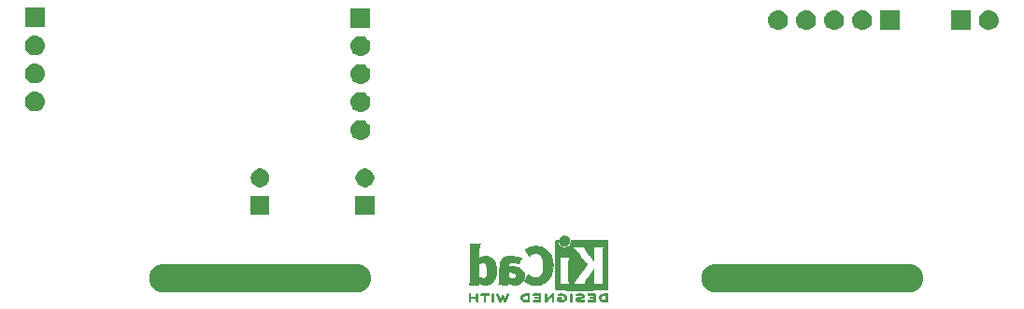
<source format=gbr>
G04 #@! TF.GenerationSoftware,KiCad,Pcbnew,5.1.4-e60b266~84~ubuntu19.04.1*
G04 #@! TF.CreationDate,2019-09-15T17:37:26+02:00*
G04 #@! TF.ProjectId,kicad,6b696361-642e-46b6-9963-61645f706362,rev?*
G04 #@! TF.SameCoordinates,Original*
G04 #@! TF.FileFunction,Soldermask,Bot*
G04 #@! TF.FilePolarity,Negative*
%FSLAX46Y46*%
G04 Gerber Fmt 4.6, Leading zero omitted, Abs format (unit mm)*
G04 Created by KiCad (PCBNEW 5.1.4-e60b266~84~ubuntu19.04.1) date 2019-09-15 17:37:26*
%MOMM*%
%LPD*%
G04 APERTURE LIST*
%ADD10C,0.010000*%
%ADD11C,0.100000*%
G04 APERTURE END LIST*
D10*
G36*
X71404114Y-47993448D02*
G01*
X71380548Y-48007273D01*
X71349735Y-48029881D01*
X71310078Y-48062338D01*
X71259980Y-48105708D01*
X71197843Y-48161058D01*
X71122072Y-48229451D01*
X71035334Y-48308084D01*
X70854711Y-48471878D01*
X70849067Y-48252029D01*
X70847029Y-48176351D01*
X70845063Y-48119994D01*
X70842734Y-48079706D01*
X70839606Y-48052235D01*
X70835245Y-48034329D01*
X70829216Y-48022737D01*
X70821084Y-48014208D01*
X70816772Y-48010623D01*
X70782241Y-47991670D01*
X70749383Y-47994441D01*
X70723318Y-48010633D01*
X70696667Y-48032199D01*
X70693352Y-48347151D01*
X70692435Y-48439779D01*
X70691968Y-48512544D01*
X70692113Y-48568161D01*
X70693032Y-48609342D01*
X70694887Y-48638803D01*
X70697839Y-48659255D01*
X70702050Y-48673413D01*
X70707682Y-48683991D01*
X70713927Y-48692474D01*
X70727439Y-48708207D01*
X70740883Y-48718636D01*
X70756124Y-48722639D01*
X70775026Y-48719094D01*
X70799455Y-48706879D01*
X70831273Y-48684871D01*
X70872348Y-48651949D01*
X70924542Y-48606991D01*
X70989722Y-48548875D01*
X71063556Y-48482099D01*
X71328845Y-48241458D01*
X71334489Y-48460589D01*
X71336531Y-48536128D01*
X71338502Y-48592354D01*
X71340839Y-48632524D01*
X71343981Y-48659896D01*
X71348364Y-48677728D01*
X71354424Y-48689279D01*
X71362600Y-48697807D01*
X71366784Y-48701282D01*
X71403765Y-48720372D01*
X71438708Y-48717493D01*
X71469136Y-48693100D01*
X71476097Y-48683286D01*
X71481523Y-48671826D01*
X71485603Y-48655968D01*
X71488529Y-48632963D01*
X71490492Y-48600062D01*
X71491683Y-48554516D01*
X71492292Y-48493573D01*
X71492511Y-48414486D01*
X71492534Y-48355956D01*
X71492460Y-48264407D01*
X71492113Y-48192687D01*
X71491301Y-48138045D01*
X71489833Y-48097732D01*
X71487519Y-48068998D01*
X71484167Y-48049093D01*
X71479588Y-48035268D01*
X71473589Y-48024772D01*
X71469136Y-48018811D01*
X71457850Y-48004691D01*
X71447301Y-47994029D01*
X71435893Y-47987892D01*
X71422030Y-47987343D01*
X71404114Y-47993448D01*
X71404114Y-47993448D01*
G37*
X71404114Y-47993448D02*
X71380548Y-48007273D01*
X71349735Y-48029881D01*
X71310078Y-48062338D01*
X71259980Y-48105708D01*
X71197843Y-48161058D01*
X71122072Y-48229451D01*
X71035334Y-48308084D01*
X70854711Y-48471878D01*
X70849067Y-48252029D01*
X70847029Y-48176351D01*
X70845063Y-48119994D01*
X70842734Y-48079706D01*
X70839606Y-48052235D01*
X70835245Y-48034329D01*
X70829216Y-48022737D01*
X70821084Y-48014208D01*
X70816772Y-48010623D01*
X70782241Y-47991670D01*
X70749383Y-47994441D01*
X70723318Y-48010633D01*
X70696667Y-48032199D01*
X70693352Y-48347151D01*
X70692435Y-48439779D01*
X70691968Y-48512544D01*
X70692113Y-48568161D01*
X70693032Y-48609342D01*
X70694887Y-48638803D01*
X70697839Y-48659255D01*
X70702050Y-48673413D01*
X70707682Y-48683991D01*
X70713927Y-48692474D01*
X70727439Y-48708207D01*
X70740883Y-48718636D01*
X70756124Y-48722639D01*
X70775026Y-48719094D01*
X70799455Y-48706879D01*
X70831273Y-48684871D01*
X70872348Y-48651949D01*
X70924542Y-48606991D01*
X70989722Y-48548875D01*
X71063556Y-48482099D01*
X71328845Y-48241458D01*
X71334489Y-48460589D01*
X71336531Y-48536128D01*
X71338502Y-48592354D01*
X71340839Y-48632524D01*
X71343981Y-48659896D01*
X71348364Y-48677728D01*
X71354424Y-48689279D01*
X71362600Y-48697807D01*
X71366784Y-48701282D01*
X71403765Y-48720372D01*
X71438708Y-48717493D01*
X71469136Y-48693100D01*
X71476097Y-48683286D01*
X71481523Y-48671826D01*
X71485603Y-48655968D01*
X71488529Y-48632963D01*
X71490492Y-48600062D01*
X71491683Y-48554516D01*
X71492292Y-48493573D01*
X71492511Y-48414486D01*
X71492534Y-48355956D01*
X71492460Y-48264407D01*
X71492113Y-48192687D01*
X71491301Y-48138045D01*
X71489833Y-48097732D01*
X71487519Y-48068998D01*
X71484167Y-48049093D01*
X71479588Y-48035268D01*
X71473589Y-48024772D01*
X71469136Y-48018811D01*
X71457850Y-48004691D01*
X71447301Y-47994029D01*
X71435893Y-47987892D01*
X71422030Y-47987343D01*
X71404114Y-47993448D01*
G36*
X69873657Y-47989260D02*
G01*
X69797299Y-47990174D01*
X69738783Y-47992311D01*
X69695745Y-47996175D01*
X69665817Y-48002267D01*
X69646632Y-48011090D01*
X69635824Y-48023146D01*
X69631027Y-48038939D01*
X69629873Y-48058970D01*
X69629867Y-48061335D01*
X69630869Y-48083992D01*
X69635604Y-48101503D01*
X69646667Y-48114574D01*
X69666652Y-48123913D01*
X69698154Y-48130227D01*
X69743768Y-48134222D01*
X69806087Y-48136606D01*
X69887707Y-48138086D01*
X69912723Y-48138414D01*
X70154800Y-48141467D01*
X70158186Y-48206378D01*
X70161571Y-48271289D01*
X69993424Y-48271289D01*
X69927734Y-48271531D01*
X69880828Y-48272556D01*
X69848917Y-48274811D01*
X69828209Y-48278742D01*
X69814916Y-48284798D01*
X69805245Y-48293424D01*
X69805183Y-48293493D01*
X69787644Y-48327112D01*
X69788278Y-48363448D01*
X69806686Y-48394423D01*
X69810329Y-48397607D01*
X69823259Y-48405812D01*
X69840976Y-48411521D01*
X69867430Y-48415162D01*
X69906568Y-48417167D01*
X69962338Y-48417964D01*
X69998006Y-48418045D01*
X70160445Y-48418045D01*
X70160445Y-48576089D01*
X69913839Y-48576089D01*
X69832420Y-48576231D01*
X69770590Y-48576814D01*
X69725363Y-48578068D01*
X69693752Y-48580227D01*
X69672769Y-48583523D01*
X69659427Y-48588189D01*
X69650739Y-48594457D01*
X69648550Y-48596733D01*
X69632386Y-48628280D01*
X69631203Y-48664168D01*
X69644464Y-48695285D01*
X69654957Y-48705271D01*
X69665871Y-48710769D01*
X69682783Y-48715022D01*
X69708367Y-48718180D01*
X69745299Y-48720392D01*
X69796254Y-48721806D01*
X69863906Y-48722572D01*
X69950931Y-48722838D01*
X69970606Y-48722845D01*
X70059089Y-48722787D01*
X70127773Y-48722467D01*
X70179436Y-48721667D01*
X70216855Y-48720167D01*
X70242810Y-48717749D01*
X70260078Y-48714194D01*
X70271438Y-48709282D01*
X70279668Y-48702795D01*
X70284183Y-48698138D01*
X70290979Y-48689889D01*
X70296288Y-48679669D01*
X70300294Y-48664800D01*
X70303179Y-48642602D01*
X70305126Y-48610393D01*
X70306319Y-48565496D01*
X70306939Y-48505228D01*
X70307171Y-48426911D01*
X70307200Y-48360994D01*
X70307129Y-48268628D01*
X70306792Y-48196117D01*
X70306002Y-48140737D01*
X70304574Y-48099765D01*
X70302321Y-48070478D01*
X70299057Y-48050153D01*
X70294596Y-48036066D01*
X70288752Y-48025495D01*
X70283803Y-48018811D01*
X70260406Y-47989067D01*
X69970226Y-47989067D01*
X69873657Y-47989260D01*
X69873657Y-47989260D01*
G37*
X69873657Y-47989260D02*
X69797299Y-47990174D01*
X69738783Y-47992311D01*
X69695745Y-47996175D01*
X69665817Y-48002267D01*
X69646632Y-48011090D01*
X69635824Y-48023146D01*
X69631027Y-48038939D01*
X69629873Y-48058970D01*
X69629867Y-48061335D01*
X69630869Y-48083992D01*
X69635604Y-48101503D01*
X69646667Y-48114574D01*
X69666652Y-48123913D01*
X69698154Y-48130227D01*
X69743768Y-48134222D01*
X69806087Y-48136606D01*
X69887707Y-48138086D01*
X69912723Y-48138414D01*
X70154800Y-48141467D01*
X70158186Y-48206378D01*
X70161571Y-48271289D01*
X69993424Y-48271289D01*
X69927734Y-48271531D01*
X69880828Y-48272556D01*
X69848917Y-48274811D01*
X69828209Y-48278742D01*
X69814916Y-48284798D01*
X69805245Y-48293424D01*
X69805183Y-48293493D01*
X69787644Y-48327112D01*
X69788278Y-48363448D01*
X69806686Y-48394423D01*
X69810329Y-48397607D01*
X69823259Y-48405812D01*
X69840976Y-48411521D01*
X69867430Y-48415162D01*
X69906568Y-48417167D01*
X69962338Y-48417964D01*
X69998006Y-48418045D01*
X70160445Y-48418045D01*
X70160445Y-48576089D01*
X69913839Y-48576089D01*
X69832420Y-48576231D01*
X69770590Y-48576814D01*
X69725363Y-48578068D01*
X69693752Y-48580227D01*
X69672769Y-48583523D01*
X69659427Y-48588189D01*
X69650739Y-48594457D01*
X69648550Y-48596733D01*
X69632386Y-48628280D01*
X69631203Y-48664168D01*
X69644464Y-48695285D01*
X69654957Y-48705271D01*
X69665871Y-48710769D01*
X69682783Y-48715022D01*
X69708367Y-48718180D01*
X69745299Y-48720392D01*
X69796254Y-48721806D01*
X69863906Y-48722572D01*
X69950931Y-48722838D01*
X69970606Y-48722845D01*
X70059089Y-48722787D01*
X70127773Y-48722467D01*
X70179436Y-48721667D01*
X70216855Y-48720167D01*
X70242810Y-48717749D01*
X70260078Y-48714194D01*
X70271438Y-48709282D01*
X70279668Y-48702795D01*
X70284183Y-48698138D01*
X70290979Y-48689889D01*
X70296288Y-48679669D01*
X70300294Y-48664800D01*
X70303179Y-48642602D01*
X70305126Y-48610393D01*
X70306319Y-48565496D01*
X70306939Y-48505228D01*
X70307171Y-48426911D01*
X70307200Y-48360994D01*
X70307129Y-48268628D01*
X70306792Y-48196117D01*
X70306002Y-48140737D01*
X70304574Y-48099765D01*
X70302321Y-48070478D01*
X70299057Y-48050153D01*
X70294596Y-48036066D01*
X70288752Y-48025495D01*
X70283803Y-48018811D01*
X70260406Y-47989067D01*
X69970226Y-47989067D01*
X69873657Y-47989260D01*
G36*
X69085691Y-47989275D02*
G01*
X68956712Y-47993636D01*
X68847009Y-48006861D01*
X68754774Y-48029741D01*
X68678198Y-48063070D01*
X68615473Y-48107638D01*
X68564788Y-48164236D01*
X68524337Y-48233658D01*
X68523541Y-48235351D01*
X68499399Y-48297483D01*
X68490797Y-48352509D01*
X68497769Y-48407887D01*
X68520346Y-48471073D01*
X68524628Y-48480689D01*
X68553828Y-48536966D01*
X68586644Y-48580451D01*
X68628998Y-48617417D01*
X68686810Y-48654135D01*
X68690169Y-48656052D01*
X68740496Y-48680227D01*
X68797379Y-48698282D01*
X68864473Y-48710839D01*
X68945435Y-48718522D01*
X69043918Y-48721953D01*
X69078714Y-48722251D01*
X69244406Y-48722845D01*
X69267803Y-48693100D01*
X69274743Y-48683319D01*
X69280158Y-48671897D01*
X69284235Y-48656095D01*
X69287163Y-48633175D01*
X69289133Y-48600396D01*
X69289775Y-48576089D01*
X69133156Y-48576089D01*
X69039274Y-48576089D01*
X68984336Y-48574483D01*
X68927940Y-48570255D01*
X68881655Y-48564292D01*
X68878861Y-48563790D01*
X68796652Y-48541736D01*
X68732886Y-48508600D01*
X68685548Y-48462847D01*
X68652618Y-48402939D01*
X68646892Y-48387061D01*
X68641279Y-48362333D01*
X68643709Y-48337902D01*
X68655533Y-48305400D01*
X68662660Y-48289434D01*
X68686000Y-48247006D01*
X68714120Y-48217240D01*
X68745060Y-48196511D01*
X68807034Y-48169537D01*
X68886349Y-48149998D01*
X68978747Y-48138746D01*
X69045667Y-48136270D01*
X69133156Y-48135822D01*
X69133156Y-48576089D01*
X69289775Y-48576089D01*
X69290332Y-48555021D01*
X69290950Y-48494311D01*
X69291175Y-48415526D01*
X69291200Y-48353920D01*
X69291200Y-48044485D01*
X69263491Y-48016776D01*
X69251194Y-48005544D01*
X69237897Y-47997853D01*
X69219328Y-47993040D01*
X69191214Y-47990446D01*
X69149283Y-47989410D01*
X69089263Y-47989270D01*
X69085691Y-47989275D01*
X69085691Y-47989275D01*
G37*
X69085691Y-47989275D02*
X68956712Y-47993636D01*
X68847009Y-48006861D01*
X68754774Y-48029741D01*
X68678198Y-48063070D01*
X68615473Y-48107638D01*
X68564788Y-48164236D01*
X68524337Y-48233658D01*
X68523541Y-48235351D01*
X68499399Y-48297483D01*
X68490797Y-48352509D01*
X68497769Y-48407887D01*
X68520346Y-48471073D01*
X68524628Y-48480689D01*
X68553828Y-48536966D01*
X68586644Y-48580451D01*
X68628998Y-48617417D01*
X68686810Y-48654135D01*
X68690169Y-48656052D01*
X68740496Y-48680227D01*
X68797379Y-48698282D01*
X68864473Y-48710839D01*
X68945435Y-48718522D01*
X69043918Y-48721953D01*
X69078714Y-48722251D01*
X69244406Y-48722845D01*
X69267803Y-48693100D01*
X69274743Y-48683319D01*
X69280158Y-48671897D01*
X69284235Y-48656095D01*
X69287163Y-48633175D01*
X69289133Y-48600396D01*
X69289775Y-48576089D01*
X69133156Y-48576089D01*
X69039274Y-48576089D01*
X68984336Y-48574483D01*
X68927940Y-48570255D01*
X68881655Y-48564292D01*
X68878861Y-48563790D01*
X68796652Y-48541736D01*
X68732886Y-48508600D01*
X68685548Y-48462847D01*
X68652618Y-48402939D01*
X68646892Y-48387061D01*
X68641279Y-48362333D01*
X68643709Y-48337902D01*
X68655533Y-48305400D01*
X68662660Y-48289434D01*
X68686000Y-48247006D01*
X68714120Y-48217240D01*
X68745060Y-48196511D01*
X68807034Y-48169537D01*
X68886349Y-48149998D01*
X68978747Y-48138746D01*
X69045667Y-48136270D01*
X69133156Y-48135822D01*
X69133156Y-48576089D01*
X69289775Y-48576089D01*
X69290332Y-48555021D01*
X69290950Y-48494311D01*
X69291175Y-48415526D01*
X69291200Y-48353920D01*
X69291200Y-48044485D01*
X69263491Y-48016776D01*
X69251194Y-48005544D01*
X69237897Y-47997853D01*
X69219328Y-47993040D01*
X69191214Y-47990446D01*
X69149283Y-47989410D01*
X69089263Y-47989270D01*
X69085691Y-47989275D01*
G36*
X66359335Y-47991034D02*
G01*
X66339745Y-47998035D01*
X66338990Y-47998377D01*
X66312387Y-48018678D01*
X66297730Y-48039561D01*
X66294862Y-48049352D01*
X66295004Y-48062361D01*
X66299039Y-48080895D01*
X66307854Y-48107257D01*
X66322331Y-48143752D01*
X66343355Y-48192687D01*
X66371812Y-48256365D01*
X66408585Y-48337093D01*
X66428825Y-48381216D01*
X66465375Y-48459985D01*
X66499685Y-48532423D01*
X66530448Y-48595880D01*
X66556352Y-48647708D01*
X66576090Y-48685259D01*
X66588350Y-48705884D01*
X66590776Y-48708733D01*
X66621817Y-48721302D01*
X66656879Y-48719619D01*
X66685000Y-48704332D01*
X66686146Y-48703089D01*
X66697332Y-48686154D01*
X66716096Y-48653170D01*
X66740125Y-48608380D01*
X66767103Y-48556032D01*
X66776799Y-48536742D01*
X66849986Y-48390150D01*
X66929760Y-48549393D01*
X66958233Y-48604415D01*
X66984650Y-48652132D01*
X67006852Y-48688893D01*
X67022681Y-48711044D01*
X67028046Y-48715741D01*
X67069743Y-48722102D01*
X67104151Y-48708733D01*
X67114272Y-48694446D01*
X67131786Y-48662692D01*
X67155265Y-48616597D01*
X67183280Y-48559285D01*
X67214401Y-48493880D01*
X67247201Y-48423507D01*
X67280250Y-48351291D01*
X67312119Y-48280355D01*
X67341381Y-48213825D01*
X67366605Y-48154826D01*
X67386364Y-48106481D01*
X67399228Y-48071915D01*
X67403769Y-48054253D01*
X67403723Y-48053613D01*
X67392674Y-48031388D01*
X67370590Y-48008753D01*
X67369290Y-48007768D01*
X67342147Y-47992425D01*
X67317042Y-47992574D01*
X67307632Y-47995466D01*
X67296166Y-48001718D01*
X67283990Y-48014014D01*
X67269643Y-48034908D01*
X67251664Y-48066949D01*
X67228593Y-48112688D01*
X67198970Y-48174677D01*
X67172255Y-48231898D01*
X67141520Y-48298226D01*
X67113979Y-48357874D01*
X67091062Y-48407725D01*
X67074202Y-48444664D01*
X67064827Y-48465573D01*
X67063460Y-48468845D01*
X67057311Y-48463497D01*
X67043178Y-48441109D01*
X67022943Y-48404946D01*
X66998485Y-48358277D01*
X66988752Y-48339022D01*
X66955783Y-48274004D01*
X66930357Y-48226654D01*
X66910388Y-48194219D01*
X66893790Y-48173946D01*
X66878476Y-48163082D01*
X66862360Y-48158875D01*
X66851857Y-48158400D01*
X66833330Y-48160042D01*
X66817096Y-48166831D01*
X66800965Y-48181566D01*
X66782749Y-48207044D01*
X66760261Y-48246061D01*
X66731311Y-48301414D01*
X66715338Y-48332903D01*
X66689430Y-48383087D01*
X66666833Y-48424704D01*
X66649542Y-48454242D01*
X66639550Y-48468189D01*
X66638191Y-48468770D01*
X66631739Y-48457793D01*
X66617292Y-48429290D01*
X66596297Y-48386244D01*
X66570203Y-48331638D01*
X66540454Y-48268454D01*
X66525820Y-48237071D01*
X66487750Y-48156078D01*
X66457095Y-48093756D01*
X66432263Y-48048071D01*
X66411663Y-48016989D01*
X66393702Y-47998478D01*
X66376790Y-47990504D01*
X66359335Y-47991034D01*
X66359335Y-47991034D01*
G37*
X66359335Y-47991034D02*
X66339745Y-47998035D01*
X66338990Y-47998377D01*
X66312387Y-48018678D01*
X66297730Y-48039561D01*
X66294862Y-48049352D01*
X66295004Y-48062361D01*
X66299039Y-48080895D01*
X66307854Y-48107257D01*
X66322331Y-48143752D01*
X66343355Y-48192687D01*
X66371812Y-48256365D01*
X66408585Y-48337093D01*
X66428825Y-48381216D01*
X66465375Y-48459985D01*
X66499685Y-48532423D01*
X66530448Y-48595880D01*
X66556352Y-48647708D01*
X66576090Y-48685259D01*
X66588350Y-48705884D01*
X66590776Y-48708733D01*
X66621817Y-48721302D01*
X66656879Y-48719619D01*
X66685000Y-48704332D01*
X66686146Y-48703089D01*
X66697332Y-48686154D01*
X66716096Y-48653170D01*
X66740125Y-48608380D01*
X66767103Y-48556032D01*
X66776799Y-48536742D01*
X66849986Y-48390150D01*
X66929760Y-48549393D01*
X66958233Y-48604415D01*
X66984650Y-48652132D01*
X67006852Y-48688893D01*
X67022681Y-48711044D01*
X67028046Y-48715741D01*
X67069743Y-48722102D01*
X67104151Y-48708733D01*
X67114272Y-48694446D01*
X67131786Y-48662692D01*
X67155265Y-48616597D01*
X67183280Y-48559285D01*
X67214401Y-48493880D01*
X67247201Y-48423507D01*
X67280250Y-48351291D01*
X67312119Y-48280355D01*
X67341381Y-48213825D01*
X67366605Y-48154826D01*
X67386364Y-48106481D01*
X67399228Y-48071915D01*
X67403769Y-48054253D01*
X67403723Y-48053613D01*
X67392674Y-48031388D01*
X67370590Y-48008753D01*
X67369290Y-48007768D01*
X67342147Y-47992425D01*
X67317042Y-47992574D01*
X67307632Y-47995466D01*
X67296166Y-48001718D01*
X67283990Y-48014014D01*
X67269643Y-48034908D01*
X67251664Y-48066949D01*
X67228593Y-48112688D01*
X67198970Y-48174677D01*
X67172255Y-48231898D01*
X67141520Y-48298226D01*
X67113979Y-48357874D01*
X67091062Y-48407725D01*
X67074202Y-48444664D01*
X67064827Y-48465573D01*
X67063460Y-48468845D01*
X67057311Y-48463497D01*
X67043178Y-48441109D01*
X67022943Y-48404946D01*
X66998485Y-48358277D01*
X66988752Y-48339022D01*
X66955783Y-48274004D01*
X66930357Y-48226654D01*
X66910388Y-48194219D01*
X66893790Y-48173946D01*
X66878476Y-48163082D01*
X66862360Y-48158875D01*
X66851857Y-48158400D01*
X66833330Y-48160042D01*
X66817096Y-48166831D01*
X66800965Y-48181566D01*
X66782749Y-48207044D01*
X66760261Y-48246061D01*
X66731311Y-48301414D01*
X66715338Y-48332903D01*
X66689430Y-48383087D01*
X66666833Y-48424704D01*
X66649542Y-48454242D01*
X66639550Y-48468189D01*
X66638191Y-48468770D01*
X66631739Y-48457793D01*
X66617292Y-48429290D01*
X66596297Y-48386244D01*
X66570203Y-48331638D01*
X66540454Y-48268454D01*
X66525820Y-48237071D01*
X66487750Y-48156078D01*
X66457095Y-48093756D01*
X66432263Y-48048071D01*
X66411663Y-48016989D01*
X66393702Y-47998478D01*
X66376790Y-47990504D01*
X66359335Y-47991034D01*
G36*
X65915386Y-47995877D02*
G01*
X65891673Y-48010647D01*
X65865022Y-48032227D01*
X65865022Y-48353773D01*
X65865107Y-48447830D01*
X65865471Y-48521932D01*
X65866276Y-48578704D01*
X65867687Y-48620768D01*
X65869867Y-48650748D01*
X65872979Y-48671267D01*
X65877186Y-48684949D01*
X65882652Y-48694416D01*
X65886528Y-48699082D01*
X65917966Y-48719575D01*
X65953767Y-48718739D01*
X65985127Y-48701264D01*
X66011778Y-48679684D01*
X66011778Y-48032227D01*
X65985127Y-48010647D01*
X65959406Y-47994949D01*
X65938400Y-47989067D01*
X65915386Y-47995877D01*
X65915386Y-47995877D01*
G37*
X65915386Y-47995877D02*
X65891673Y-48010647D01*
X65865022Y-48032227D01*
X65865022Y-48353773D01*
X65865107Y-48447830D01*
X65865471Y-48521932D01*
X65866276Y-48578704D01*
X65867687Y-48620768D01*
X65869867Y-48650748D01*
X65872979Y-48671267D01*
X65877186Y-48684949D01*
X65882652Y-48694416D01*
X65886528Y-48699082D01*
X65917966Y-48719575D01*
X65953767Y-48718739D01*
X65985127Y-48701264D01*
X66011778Y-48679684D01*
X66011778Y-48032227D01*
X65985127Y-48010647D01*
X65959406Y-47994949D01*
X65938400Y-47989067D01*
X65915386Y-47995877D01*
G36*
X73027822Y-48011645D02*
G01*
X73021242Y-48019218D01*
X73016079Y-48028987D01*
X73012164Y-48043571D01*
X73009324Y-48065585D01*
X73007387Y-48097648D01*
X73006183Y-48142375D01*
X73005539Y-48202385D01*
X73005284Y-48280294D01*
X73005245Y-48355956D01*
X73005314Y-48449802D01*
X73005638Y-48523689D01*
X73006386Y-48580232D01*
X73007732Y-48622049D01*
X73009846Y-48651757D01*
X73012900Y-48671973D01*
X73017066Y-48685314D01*
X73022516Y-48694398D01*
X73027822Y-48700267D01*
X73060826Y-48719947D01*
X73095991Y-48718181D01*
X73127455Y-48696717D01*
X73134684Y-48688337D01*
X73140334Y-48678614D01*
X73144599Y-48664861D01*
X73147673Y-48644389D01*
X73149752Y-48614512D01*
X73151030Y-48572541D01*
X73151701Y-48515789D01*
X73151959Y-48441567D01*
X73152000Y-48357537D01*
X73152000Y-48044485D01*
X73124291Y-48016776D01*
X73090137Y-47993463D01*
X73057006Y-47992623D01*
X73027822Y-48011645D01*
X73027822Y-48011645D01*
G37*
X73027822Y-48011645D02*
X73021242Y-48019218D01*
X73016079Y-48028987D01*
X73012164Y-48043571D01*
X73009324Y-48065585D01*
X73007387Y-48097648D01*
X73006183Y-48142375D01*
X73005539Y-48202385D01*
X73005284Y-48280294D01*
X73005245Y-48355956D01*
X73005314Y-48449802D01*
X73005638Y-48523689D01*
X73006386Y-48580232D01*
X73007732Y-48622049D01*
X73009846Y-48651757D01*
X73012900Y-48671973D01*
X73017066Y-48685314D01*
X73022516Y-48694398D01*
X73027822Y-48700267D01*
X73060826Y-48719947D01*
X73095991Y-48718181D01*
X73127455Y-48696717D01*
X73134684Y-48688337D01*
X73140334Y-48678614D01*
X73144599Y-48664861D01*
X73147673Y-48644389D01*
X73149752Y-48614512D01*
X73151030Y-48572541D01*
X73151701Y-48515789D01*
X73151959Y-48441567D01*
X73152000Y-48357537D01*
X73152000Y-48044485D01*
X73124291Y-48016776D01*
X73090137Y-47993463D01*
X73057006Y-47992623D01*
X73027822Y-48011645D01*
G36*
X73795703Y-47990351D02*
G01*
X73720888Y-47995581D01*
X73651306Y-48003750D01*
X73591002Y-48014550D01*
X73544020Y-48027673D01*
X73514406Y-48042813D01*
X73509860Y-48047269D01*
X73494054Y-48081850D01*
X73498847Y-48117351D01*
X73523364Y-48147725D01*
X73524534Y-48148596D01*
X73538954Y-48157954D01*
X73554008Y-48162876D01*
X73575005Y-48163473D01*
X73607257Y-48159861D01*
X73656073Y-48152154D01*
X73660000Y-48151505D01*
X73732739Y-48142569D01*
X73811217Y-48138161D01*
X73889927Y-48138119D01*
X73963361Y-48142279D01*
X74026011Y-48150479D01*
X74072370Y-48162557D01*
X74075416Y-48163771D01*
X74109048Y-48182615D01*
X74120864Y-48201685D01*
X74111614Y-48220439D01*
X74082047Y-48238337D01*
X74032911Y-48254837D01*
X73964957Y-48269396D01*
X73919645Y-48276406D01*
X73825456Y-48289889D01*
X73750544Y-48302214D01*
X73691717Y-48314449D01*
X73645785Y-48327661D01*
X73609555Y-48342917D01*
X73579838Y-48361285D01*
X73553442Y-48383831D01*
X73532230Y-48405971D01*
X73507065Y-48436819D01*
X73494681Y-48463345D01*
X73490808Y-48496026D01*
X73490667Y-48507995D01*
X73493576Y-48547712D01*
X73505202Y-48577259D01*
X73525323Y-48603486D01*
X73566216Y-48643576D01*
X73611817Y-48674149D01*
X73665513Y-48696203D01*
X73730692Y-48710735D01*
X73810744Y-48718741D01*
X73909057Y-48721218D01*
X73925289Y-48721177D01*
X73990849Y-48719818D01*
X74055866Y-48716730D01*
X74113252Y-48712356D01*
X74155922Y-48707140D01*
X74159372Y-48706541D01*
X74201796Y-48696491D01*
X74237780Y-48683796D01*
X74258150Y-48672190D01*
X74277107Y-48641572D01*
X74278427Y-48605918D01*
X74262085Y-48574144D01*
X74258429Y-48570551D01*
X74243315Y-48559876D01*
X74224415Y-48555276D01*
X74195162Y-48556059D01*
X74159651Y-48560127D01*
X74119970Y-48563762D01*
X74064345Y-48566828D01*
X73999406Y-48569053D01*
X73931785Y-48570164D01*
X73914000Y-48570237D01*
X73846128Y-48569964D01*
X73796454Y-48568646D01*
X73760610Y-48565827D01*
X73734224Y-48561050D01*
X73712926Y-48553857D01*
X73700126Y-48547867D01*
X73672000Y-48531233D01*
X73654068Y-48516168D01*
X73651447Y-48511897D01*
X73656976Y-48494263D01*
X73683260Y-48477192D01*
X73728478Y-48461458D01*
X73790808Y-48447838D01*
X73809171Y-48444804D01*
X73905090Y-48429738D01*
X73981641Y-48417146D01*
X74041780Y-48406111D01*
X74088460Y-48395720D01*
X74124637Y-48385056D01*
X74153265Y-48373205D01*
X74177298Y-48359251D01*
X74199692Y-48342281D01*
X74223402Y-48321378D01*
X74231380Y-48314049D01*
X74259353Y-48286699D01*
X74274160Y-48265029D01*
X74279952Y-48240232D01*
X74280889Y-48208983D01*
X74270575Y-48147705D01*
X74239752Y-48095640D01*
X74188595Y-48052958D01*
X74117283Y-48019825D01*
X74066400Y-48004964D01*
X74011100Y-47995366D01*
X73944853Y-47989936D01*
X73871706Y-47988367D01*
X73795703Y-47990351D01*
X73795703Y-47990351D01*
G37*
X73795703Y-47990351D02*
X73720888Y-47995581D01*
X73651306Y-48003750D01*
X73591002Y-48014550D01*
X73544020Y-48027673D01*
X73514406Y-48042813D01*
X73509860Y-48047269D01*
X73494054Y-48081850D01*
X73498847Y-48117351D01*
X73523364Y-48147725D01*
X73524534Y-48148596D01*
X73538954Y-48157954D01*
X73554008Y-48162876D01*
X73575005Y-48163473D01*
X73607257Y-48159861D01*
X73656073Y-48152154D01*
X73660000Y-48151505D01*
X73732739Y-48142569D01*
X73811217Y-48138161D01*
X73889927Y-48138119D01*
X73963361Y-48142279D01*
X74026011Y-48150479D01*
X74072370Y-48162557D01*
X74075416Y-48163771D01*
X74109048Y-48182615D01*
X74120864Y-48201685D01*
X74111614Y-48220439D01*
X74082047Y-48238337D01*
X74032911Y-48254837D01*
X73964957Y-48269396D01*
X73919645Y-48276406D01*
X73825456Y-48289889D01*
X73750544Y-48302214D01*
X73691717Y-48314449D01*
X73645785Y-48327661D01*
X73609555Y-48342917D01*
X73579838Y-48361285D01*
X73553442Y-48383831D01*
X73532230Y-48405971D01*
X73507065Y-48436819D01*
X73494681Y-48463345D01*
X73490808Y-48496026D01*
X73490667Y-48507995D01*
X73493576Y-48547712D01*
X73505202Y-48577259D01*
X73525323Y-48603486D01*
X73566216Y-48643576D01*
X73611817Y-48674149D01*
X73665513Y-48696203D01*
X73730692Y-48710735D01*
X73810744Y-48718741D01*
X73909057Y-48721218D01*
X73925289Y-48721177D01*
X73990849Y-48719818D01*
X74055866Y-48716730D01*
X74113252Y-48712356D01*
X74155922Y-48707140D01*
X74159372Y-48706541D01*
X74201796Y-48696491D01*
X74237780Y-48683796D01*
X74258150Y-48672190D01*
X74277107Y-48641572D01*
X74278427Y-48605918D01*
X74262085Y-48574144D01*
X74258429Y-48570551D01*
X74243315Y-48559876D01*
X74224415Y-48555276D01*
X74195162Y-48556059D01*
X74159651Y-48560127D01*
X74119970Y-48563762D01*
X74064345Y-48566828D01*
X73999406Y-48569053D01*
X73931785Y-48570164D01*
X73914000Y-48570237D01*
X73846128Y-48569964D01*
X73796454Y-48568646D01*
X73760610Y-48565827D01*
X73734224Y-48561050D01*
X73712926Y-48553857D01*
X73700126Y-48547867D01*
X73672000Y-48531233D01*
X73654068Y-48516168D01*
X73651447Y-48511897D01*
X73656976Y-48494263D01*
X73683260Y-48477192D01*
X73728478Y-48461458D01*
X73790808Y-48447838D01*
X73809171Y-48444804D01*
X73905090Y-48429738D01*
X73981641Y-48417146D01*
X74041780Y-48406111D01*
X74088460Y-48395720D01*
X74124637Y-48385056D01*
X74153265Y-48373205D01*
X74177298Y-48359251D01*
X74199692Y-48342281D01*
X74223402Y-48321378D01*
X74231380Y-48314049D01*
X74259353Y-48286699D01*
X74274160Y-48265029D01*
X74279952Y-48240232D01*
X74280889Y-48208983D01*
X74270575Y-48147705D01*
X74239752Y-48095640D01*
X74188595Y-48052958D01*
X74117283Y-48019825D01*
X74066400Y-48004964D01*
X74011100Y-47995366D01*
X73944853Y-47989936D01*
X73871706Y-47988367D01*
X73795703Y-47990351D01*
G36*
X74816794Y-47989146D02*
G01*
X74747386Y-47989518D01*
X74694997Y-47990385D01*
X74656847Y-47991946D01*
X74630159Y-47994403D01*
X74612153Y-47997957D01*
X74600049Y-48002810D01*
X74591069Y-48009161D01*
X74587818Y-48012084D01*
X74568043Y-48043142D01*
X74564482Y-48078828D01*
X74577491Y-48110510D01*
X74583506Y-48116913D01*
X74593235Y-48123121D01*
X74608901Y-48127910D01*
X74633408Y-48131514D01*
X74669661Y-48134164D01*
X74720565Y-48136095D01*
X74789026Y-48137539D01*
X74851617Y-48138418D01*
X75099334Y-48141467D01*
X75102719Y-48206378D01*
X75106105Y-48271289D01*
X74937958Y-48271289D01*
X74864959Y-48271919D01*
X74811517Y-48274553D01*
X74774628Y-48280309D01*
X74751288Y-48290304D01*
X74738494Y-48305656D01*
X74733242Y-48327482D01*
X74732445Y-48347738D01*
X74734923Y-48372592D01*
X74744277Y-48390906D01*
X74763383Y-48403637D01*
X74795118Y-48411741D01*
X74842359Y-48416176D01*
X74907983Y-48417899D01*
X74943801Y-48418045D01*
X75104978Y-48418045D01*
X75104978Y-48576089D01*
X74856622Y-48576089D01*
X74775213Y-48576202D01*
X74713342Y-48576712D01*
X74667968Y-48577870D01*
X74636054Y-48579930D01*
X74614559Y-48583146D01*
X74600443Y-48587772D01*
X74590668Y-48594059D01*
X74585689Y-48598667D01*
X74568610Y-48625560D01*
X74563111Y-48649467D01*
X74570963Y-48678667D01*
X74585689Y-48700267D01*
X74593546Y-48707066D01*
X74603688Y-48712346D01*
X74618844Y-48716298D01*
X74641741Y-48719113D01*
X74675109Y-48720982D01*
X74721675Y-48722098D01*
X74784167Y-48722651D01*
X74865314Y-48722833D01*
X74907422Y-48722845D01*
X74997598Y-48722765D01*
X75067924Y-48722398D01*
X75121129Y-48721552D01*
X75159940Y-48720036D01*
X75187087Y-48717659D01*
X75205298Y-48714229D01*
X75217300Y-48709554D01*
X75225822Y-48703444D01*
X75229156Y-48700267D01*
X75235755Y-48692670D01*
X75240927Y-48682870D01*
X75244846Y-48668239D01*
X75247684Y-48646152D01*
X75249615Y-48613982D01*
X75250812Y-48569103D01*
X75251448Y-48508889D01*
X75251697Y-48430713D01*
X75251734Y-48357923D01*
X75251700Y-48264707D01*
X75251465Y-48191431D01*
X75250830Y-48135458D01*
X75249594Y-48094151D01*
X75247556Y-48064872D01*
X75244517Y-48044984D01*
X75240277Y-48031850D01*
X75234635Y-48022832D01*
X75227391Y-48015293D01*
X75225606Y-48013612D01*
X75216945Y-48006172D01*
X75206882Y-48000409D01*
X75192625Y-47996112D01*
X75171383Y-47993064D01*
X75140364Y-47991051D01*
X75096777Y-47989860D01*
X75037831Y-47989275D01*
X74960734Y-47989083D01*
X74906001Y-47989067D01*
X74816794Y-47989146D01*
X74816794Y-47989146D01*
G37*
X74816794Y-47989146D02*
X74747386Y-47989518D01*
X74694997Y-47990385D01*
X74656847Y-47991946D01*
X74630159Y-47994403D01*
X74612153Y-47997957D01*
X74600049Y-48002810D01*
X74591069Y-48009161D01*
X74587818Y-48012084D01*
X74568043Y-48043142D01*
X74564482Y-48078828D01*
X74577491Y-48110510D01*
X74583506Y-48116913D01*
X74593235Y-48123121D01*
X74608901Y-48127910D01*
X74633408Y-48131514D01*
X74669661Y-48134164D01*
X74720565Y-48136095D01*
X74789026Y-48137539D01*
X74851617Y-48138418D01*
X75099334Y-48141467D01*
X75102719Y-48206378D01*
X75106105Y-48271289D01*
X74937958Y-48271289D01*
X74864959Y-48271919D01*
X74811517Y-48274553D01*
X74774628Y-48280309D01*
X74751288Y-48290304D01*
X74738494Y-48305656D01*
X74733242Y-48327482D01*
X74732445Y-48347738D01*
X74734923Y-48372592D01*
X74744277Y-48390906D01*
X74763383Y-48403637D01*
X74795118Y-48411741D01*
X74842359Y-48416176D01*
X74907983Y-48417899D01*
X74943801Y-48418045D01*
X75104978Y-48418045D01*
X75104978Y-48576089D01*
X74856622Y-48576089D01*
X74775213Y-48576202D01*
X74713342Y-48576712D01*
X74667968Y-48577870D01*
X74636054Y-48579930D01*
X74614559Y-48583146D01*
X74600443Y-48587772D01*
X74590668Y-48594059D01*
X74585689Y-48598667D01*
X74568610Y-48625560D01*
X74563111Y-48649467D01*
X74570963Y-48678667D01*
X74585689Y-48700267D01*
X74593546Y-48707066D01*
X74603688Y-48712346D01*
X74618844Y-48716298D01*
X74641741Y-48719113D01*
X74675109Y-48720982D01*
X74721675Y-48722098D01*
X74784167Y-48722651D01*
X74865314Y-48722833D01*
X74907422Y-48722845D01*
X74997598Y-48722765D01*
X75067924Y-48722398D01*
X75121129Y-48721552D01*
X75159940Y-48720036D01*
X75187087Y-48717659D01*
X75205298Y-48714229D01*
X75217300Y-48709554D01*
X75225822Y-48703444D01*
X75229156Y-48700267D01*
X75235755Y-48692670D01*
X75240927Y-48682870D01*
X75244846Y-48668239D01*
X75247684Y-48646152D01*
X75249615Y-48613982D01*
X75250812Y-48569103D01*
X75251448Y-48508889D01*
X75251697Y-48430713D01*
X75251734Y-48357923D01*
X75251700Y-48264707D01*
X75251465Y-48191431D01*
X75250830Y-48135458D01*
X75249594Y-48094151D01*
X75247556Y-48064872D01*
X75244517Y-48044984D01*
X75240277Y-48031850D01*
X75234635Y-48022832D01*
X75227391Y-48015293D01*
X75225606Y-48013612D01*
X75216945Y-48006172D01*
X75206882Y-48000409D01*
X75192625Y-47996112D01*
X75171383Y-47993064D01*
X75140364Y-47991051D01*
X75096777Y-47989860D01*
X75037831Y-47989275D01*
X74960734Y-47989083D01*
X74906001Y-47989067D01*
X74816794Y-47989146D01*
G36*
X76225371Y-47989066D02*
G01*
X76185889Y-47989467D01*
X76070200Y-47992259D01*
X75973311Y-48000550D01*
X75891919Y-48015232D01*
X75822723Y-48037193D01*
X75762420Y-48067322D01*
X75707708Y-48106510D01*
X75688167Y-48123532D01*
X75655750Y-48163363D01*
X75626520Y-48217413D01*
X75603991Y-48277323D01*
X75591679Y-48334739D01*
X75590400Y-48355956D01*
X75598417Y-48414769D01*
X75619899Y-48479013D01*
X75650999Y-48539821D01*
X75687866Y-48588330D01*
X75693854Y-48594182D01*
X75744579Y-48635321D01*
X75800125Y-48667435D01*
X75863696Y-48691365D01*
X75938494Y-48707953D01*
X76027722Y-48718041D01*
X76134582Y-48722469D01*
X76183528Y-48722845D01*
X76245762Y-48722545D01*
X76289528Y-48721292D01*
X76318931Y-48718554D01*
X76338079Y-48713801D01*
X76351077Y-48706501D01*
X76358045Y-48700267D01*
X76364626Y-48692694D01*
X76369788Y-48682924D01*
X76373703Y-48668340D01*
X76376543Y-48646326D01*
X76378480Y-48614264D01*
X76379684Y-48569536D01*
X76380328Y-48509526D01*
X76380583Y-48431617D01*
X76380622Y-48355956D01*
X76380870Y-48255041D01*
X76380817Y-48174427D01*
X76379857Y-48135822D01*
X76233867Y-48135822D01*
X76233867Y-48576089D01*
X76140734Y-48576004D01*
X76084693Y-48574396D01*
X76025999Y-48570256D01*
X75977028Y-48564464D01*
X75975538Y-48564226D01*
X75896392Y-48545090D01*
X75835002Y-48515287D01*
X75788305Y-48472878D01*
X75758635Y-48426961D01*
X75740353Y-48376026D01*
X75741771Y-48328200D01*
X75762988Y-48276933D01*
X75804489Y-48223899D01*
X75861998Y-48184600D01*
X75936750Y-48158331D01*
X75986708Y-48149035D01*
X76043416Y-48142507D01*
X76103519Y-48137782D01*
X76154639Y-48135817D01*
X76157667Y-48135808D01*
X76233867Y-48135822D01*
X76379857Y-48135822D01*
X76379260Y-48111851D01*
X76374998Y-48065055D01*
X76366830Y-48031778D01*
X76353556Y-48009759D01*
X76333974Y-47996739D01*
X76306883Y-47990457D01*
X76271082Y-47988653D01*
X76225371Y-47989066D01*
X76225371Y-47989066D01*
G37*
X76225371Y-47989066D02*
X76185889Y-47989467D01*
X76070200Y-47992259D01*
X75973311Y-48000550D01*
X75891919Y-48015232D01*
X75822723Y-48037193D01*
X75762420Y-48067322D01*
X75707708Y-48106510D01*
X75688167Y-48123532D01*
X75655750Y-48163363D01*
X75626520Y-48217413D01*
X75603991Y-48277323D01*
X75591679Y-48334739D01*
X75590400Y-48355956D01*
X75598417Y-48414769D01*
X75619899Y-48479013D01*
X75650999Y-48539821D01*
X75687866Y-48588330D01*
X75693854Y-48594182D01*
X75744579Y-48635321D01*
X75800125Y-48667435D01*
X75863696Y-48691365D01*
X75938494Y-48707953D01*
X76027722Y-48718041D01*
X76134582Y-48722469D01*
X76183528Y-48722845D01*
X76245762Y-48722545D01*
X76289528Y-48721292D01*
X76318931Y-48718554D01*
X76338079Y-48713801D01*
X76351077Y-48706501D01*
X76358045Y-48700267D01*
X76364626Y-48692694D01*
X76369788Y-48682924D01*
X76373703Y-48668340D01*
X76376543Y-48646326D01*
X76378480Y-48614264D01*
X76379684Y-48569536D01*
X76380328Y-48509526D01*
X76380583Y-48431617D01*
X76380622Y-48355956D01*
X76380870Y-48255041D01*
X76380817Y-48174427D01*
X76379857Y-48135822D01*
X76233867Y-48135822D01*
X76233867Y-48576089D01*
X76140734Y-48576004D01*
X76084693Y-48574396D01*
X76025999Y-48570256D01*
X75977028Y-48564464D01*
X75975538Y-48564226D01*
X75896392Y-48545090D01*
X75835002Y-48515287D01*
X75788305Y-48472878D01*
X75758635Y-48426961D01*
X75740353Y-48376026D01*
X75741771Y-48328200D01*
X75762988Y-48276933D01*
X75804489Y-48223899D01*
X75861998Y-48184600D01*
X75936750Y-48158331D01*
X75986708Y-48149035D01*
X76043416Y-48142507D01*
X76103519Y-48137782D01*
X76154639Y-48135817D01*
X76157667Y-48135808D01*
X76233867Y-48135822D01*
X76379857Y-48135822D01*
X76379260Y-48111851D01*
X76374998Y-48065055D01*
X76366830Y-48031778D01*
X76353556Y-48009759D01*
X76333974Y-47996739D01*
X76306883Y-47990457D01*
X76271082Y-47988653D01*
X76225371Y-47989066D01*
G36*
X72377043Y-42746571D02*
G01*
X72280768Y-42770809D01*
X72194184Y-42813641D01*
X72119373Y-42873419D01*
X72058418Y-42948494D01*
X72013399Y-43037220D01*
X71987136Y-43133530D01*
X71981286Y-43230795D01*
X71996140Y-43324654D01*
X72029840Y-43412511D01*
X72080528Y-43491770D01*
X72146345Y-43559836D01*
X72225434Y-43614112D01*
X72315934Y-43652002D01*
X72367200Y-43664426D01*
X72411698Y-43671947D01*
X72445999Y-43674919D01*
X72478960Y-43673094D01*
X72519434Y-43666225D01*
X72552531Y-43659250D01*
X72645947Y-43627741D01*
X72729619Y-43576617D01*
X72801665Y-43507429D01*
X72860200Y-43421728D01*
X72874148Y-43394489D01*
X72890586Y-43358122D01*
X72900894Y-43327582D01*
X72906460Y-43295450D01*
X72908669Y-43254307D01*
X72908948Y-43208222D01*
X72904861Y-43123865D01*
X72891446Y-43054586D01*
X72866256Y-42993961D01*
X72826846Y-42935567D01*
X72788298Y-42891302D01*
X72716406Y-42825484D01*
X72641313Y-42780053D01*
X72558562Y-42752850D01*
X72480928Y-42742576D01*
X72377043Y-42746571D01*
X72377043Y-42746571D01*
G37*
X72377043Y-42746571D02*
X72280768Y-42770809D01*
X72194184Y-42813641D01*
X72119373Y-42873419D01*
X72058418Y-42948494D01*
X72013399Y-43037220D01*
X71987136Y-43133530D01*
X71981286Y-43230795D01*
X71996140Y-43324654D01*
X72029840Y-43412511D01*
X72080528Y-43491770D01*
X72146345Y-43559836D01*
X72225434Y-43614112D01*
X72315934Y-43652002D01*
X72367200Y-43664426D01*
X72411698Y-43671947D01*
X72445999Y-43674919D01*
X72478960Y-43673094D01*
X72519434Y-43666225D01*
X72552531Y-43659250D01*
X72645947Y-43627741D01*
X72729619Y-43576617D01*
X72801665Y-43507429D01*
X72860200Y-43421728D01*
X72874148Y-43394489D01*
X72890586Y-43358122D01*
X72900894Y-43327582D01*
X72906460Y-43295450D01*
X72908669Y-43254307D01*
X72908948Y-43208222D01*
X72904861Y-43123865D01*
X72891446Y-43054586D01*
X72866256Y-42993961D01*
X72826846Y-42935567D01*
X72788298Y-42891302D01*
X72716406Y-42825484D01*
X72641313Y-42780053D01*
X72558562Y-42752850D01*
X72480928Y-42742576D01*
X72377043Y-42746571D01*
G36*
X63917493Y-45192245D02*
G01*
X63917474Y-45426662D01*
X63917448Y-45639603D01*
X63917375Y-45832168D01*
X63917218Y-46005459D01*
X63916936Y-46160576D01*
X63916491Y-46298620D01*
X63915844Y-46420692D01*
X63914955Y-46527894D01*
X63913787Y-46621326D01*
X63912299Y-46702090D01*
X63910454Y-46771286D01*
X63908211Y-46830015D01*
X63905531Y-46879379D01*
X63902377Y-46920478D01*
X63898708Y-46954413D01*
X63894487Y-46982286D01*
X63889673Y-47005198D01*
X63884227Y-47024249D01*
X63878112Y-47040540D01*
X63871288Y-47055173D01*
X63863715Y-47069249D01*
X63855355Y-47083868D01*
X63850161Y-47092974D01*
X63815896Y-47153689D01*
X64674045Y-47153689D01*
X64674045Y-47057733D01*
X64674776Y-47014370D01*
X64676728Y-46981205D01*
X64679537Y-46963424D01*
X64680779Y-46961778D01*
X64692201Y-46968662D01*
X64714916Y-46986505D01*
X64737615Y-47005879D01*
X64792200Y-47046614D01*
X64861679Y-47087617D01*
X64938730Y-47125123D01*
X65016035Y-47155364D01*
X65046887Y-47165012D01*
X65115384Y-47179578D01*
X65198236Y-47189539D01*
X65287629Y-47194583D01*
X65375752Y-47194396D01*
X65454793Y-47188666D01*
X65492489Y-47182858D01*
X65630586Y-47144797D01*
X65757887Y-47087073D01*
X65873708Y-47010211D01*
X65977363Y-46914739D01*
X66068167Y-46801179D01*
X66134969Y-46690381D01*
X66189836Y-46573625D01*
X66231837Y-46454276D01*
X66261833Y-46328283D01*
X66280689Y-46191594D01*
X66289268Y-46040158D01*
X66289994Y-45962711D01*
X66287900Y-45905934D01*
X65458783Y-45905934D01*
X65458576Y-45999002D01*
X65455663Y-46086692D01*
X65450000Y-46163772D01*
X65441545Y-46225009D01*
X65438962Y-46237350D01*
X65407160Y-46344633D01*
X65365502Y-46431658D01*
X65313637Y-46498642D01*
X65251219Y-46545805D01*
X65177900Y-46573365D01*
X65093331Y-46581541D01*
X64997165Y-46570551D01*
X64933689Y-46554829D01*
X64884546Y-46536639D01*
X64830417Y-46510791D01*
X64789756Y-46487089D01*
X64719200Y-46440721D01*
X64719200Y-45290530D01*
X64786608Y-45246962D01*
X64865133Y-45206040D01*
X64949319Y-45179389D01*
X65034443Y-45167465D01*
X65115784Y-45170722D01*
X65188620Y-45189615D01*
X65220574Y-45205184D01*
X65278499Y-45248181D01*
X65327456Y-45304953D01*
X65368610Y-45377575D01*
X65403126Y-45468121D01*
X65432167Y-45578666D01*
X65433448Y-45584533D01*
X65443619Y-45646788D01*
X65451261Y-45724594D01*
X65456330Y-45812720D01*
X65458783Y-45905934D01*
X66287900Y-45905934D01*
X66282143Y-45749895D01*
X66260198Y-45554059D01*
X66224214Y-45375332D01*
X66174241Y-45213845D01*
X66110332Y-45069726D01*
X66032538Y-44943106D01*
X65940911Y-44834115D01*
X65835503Y-44742883D01*
X65790338Y-44711932D01*
X65689389Y-44655785D01*
X65586099Y-44616174D01*
X65476011Y-44592014D01*
X65354670Y-44582219D01*
X65262164Y-44583265D01*
X65132510Y-44594231D01*
X65019916Y-44616046D01*
X64921125Y-44649714D01*
X64832879Y-44696236D01*
X64784014Y-44730448D01*
X64754647Y-44752362D01*
X64732957Y-44767333D01*
X64724747Y-44771733D01*
X64723132Y-44760904D01*
X64721841Y-44730251D01*
X64720862Y-44682526D01*
X64720183Y-44620479D01*
X64719790Y-44546862D01*
X64719670Y-44464427D01*
X64719812Y-44375925D01*
X64720203Y-44284107D01*
X64720829Y-44191724D01*
X64721680Y-44101528D01*
X64722740Y-44016271D01*
X64723999Y-43938703D01*
X64725444Y-43871576D01*
X64727062Y-43817641D01*
X64728839Y-43779650D01*
X64729331Y-43772667D01*
X64736908Y-43702251D01*
X64748469Y-43647102D01*
X64766208Y-43599981D01*
X64792318Y-43553647D01*
X64798585Y-43544067D01*
X64823017Y-43507378D01*
X63917689Y-43507378D01*
X63917493Y-45192245D01*
X63917493Y-45192245D01*
G37*
X63917493Y-45192245D02*
X63917474Y-45426662D01*
X63917448Y-45639603D01*
X63917375Y-45832168D01*
X63917218Y-46005459D01*
X63916936Y-46160576D01*
X63916491Y-46298620D01*
X63915844Y-46420692D01*
X63914955Y-46527894D01*
X63913787Y-46621326D01*
X63912299Y-46702090D01*
X63910454Y-46771286D01*
X63908211Y-46830015D01*
X63905531Y-46879379D01*
X63902377Y-46920478D01*
X63898708Y-46954413D01*
X63894487Y-46982286D01*
X63889673Y-47005198D01*
X63884227Y-47024249D01*
X63878112Y-47040540D01*
X63871288Y-47055173D01*
X63863715Y-47069249D01*
X63855355Y-47083868D01*
X63850161Y-47092974D01*
X63815896Y-47153689D01*
X64674045Y-47153689D01*
X64674045Y-47057733D01*
X64674776Y-47014370D01*
X64676728Y-46981205D01*
X64679537Y-46963424D01*
X64680779Y-46961778D01*
X64692201Y-46968662D01*
X64714916Y-46986505D01*
X64737615Y-47005879D01*
X64792200Y-47046614D01*
X64861679Y-47087617D01*
X64938730Y-47125123D01*
X65016035Y-47155364D01*
X65046887Y-47165012D01*
X65115384Y-47179578D01*
X65198236Y-47189539D01*
X65287629Y-47194583D01*
X65375752Y-47194396D01*
X65454793Y-47188666D01*
X65492489Y-47182858D01*
X65630586Y-47144797D01*
X65757887Y-47087073D01*
X65873708Y-47010211D01*
X65977363Y-46914739D01*
X66068167Y-46801179D01*
X66134969Y-46690381D01*
X66189836Y-46573625D01*
X66231837Y-46454276D01*
X66261833Y-46328283D01*
X66280689Y-46191594D01*
X66289268Y-46040158D01*
X66289994Y-45962711D01*
X66287900Y-45905934D01*
X65458783Y-45905934D01*
X65458576Y-45999002D01*
X65455663Y-46086692D01*
X65450000Y-46163772D01*
X65441545Y-46225009D01*
X65438962Y-46237350D01*
X65407160Y-46344633D01*
X65365502Y-46431658D01*
X65313637Y-46498642D01*
X65251219Y-46545805D01*
X65177900Y-46573365D01*
X65093331Y-46581541D01*
X64997165Y-46570551D01*
X64933689Y-46554829D01*
X64884546Y-46536639D01*
X64830417Y-46510791D01*
X64789756Y-46487089D01*
X64719200Y-46440721D01*
X64719200Y-45290530D01*
X64786608Y-45246962D01*
X64865133Y-45206040D01*
X64949319Y-45179389D01*
X65034443Y-45167465D01*
X65115784Y-45170722D01*
X65188620Y-45189615D01*
X65220574Y-45205184D01*
X65278499Y-45248181D01*
X65327456Y-45304953D01*
X65368610Y-45377575D01*
X65403126Y-45468121D01*
X65432167Y-45578666D01*
X65433448Y-45584533D01*
X65443619Y-45646788D01*
X65451261Y-45724594D01*
X65456330Y-45812720D01*
X65458783Y-45905934D01*
X66287900Y-45905934D01*
X66282143Y-45749895D01*
X66260198Y-45554059D01*
X66224214Y-45375332D01*
X66174241Y-45213845D01*
X66110332Y-45069726D01*
X66032538Y-44943106D01*
X65940911Y-44834115D01*
X65835503Y-44742883D01*
X65790338Y-44711932D01*
X65689389Y-44655785D01*
X65586099Y-44616174D01*
X65476011Y-44592014D01*
X65354670Y-44582219D01*
X65262164Y-44583265D01*
X65132510Y-44594231D01*
X65019916Y-44616046D01*
X64921125Y-44649714D01*
X64832879Y-44696236D01*
X64784014Y-44730448D01*
X64754647Y-44752362D01*
X64732957Y-44767333D01*
X64724747Y-44771733D01*
X64723132Y-44760904D01*
X64721841Y-44730251D01*
X64720862Y-44682526D01*
X64720183Y-44620479D01*
X64719790Y-44546862D01*
X64719670Y-44464427D01*
X64719812Y-44375925D01*
X64720203Y-44284107D01*
X64720829Y-44191724D01*
X64721680Y-44101528D01*
X64722740Y-44016271D01*
X64723999Y-43938703D01*
X64725444Y-43871576D01*
X64727062Y-43817641D01*
X64728839Y-43779650D01*
X64729331Y-43772667D01*
X64736908Y-43702251D01*
X64748469Y-43647102D01*
X64766208Y-43599981D01*
X64792318Y-43553647D01*
X64798585Y-43544067D01*
X64823017Y-43507378D01*
X63917689Y-43507378D01*
X63917493Y-45192245D01*
G36*
X67430426Y-44586552D02*
G01*
X67278508Y-44606567D01*
X67143244Y-44640202D01*
X67023761Y-44687725D01*
X66919185Y-44749405D01*
X66841576Y-44812965D01*
X66772735Y-44887099D01*
X66718994Y-44966871D01*
X66676090Y-45059091D01*
X66660616Y-45102161D01*
X66647756Y-45141142D01*
X66636554Y-45177289D01*
X66626880Y-45212434D01*
X66618604Y-45248410D01*
X66611597Y-45287050D01*
X66605728Y-45330185D01*
X66600869Y-45379649D01*
X66596890Y-45437273D01*
X66593660Y-45504891D01*
X66591051Y-45584334D01*
X66588933Y-45677436D01*
X66587176Y-45786027D01*
X66585651Y-45911942D01*
X66584228Y-46057012D01*
X66582975Y-46199778D01*
X66581649Y-46355968D01*
X66580444Y-46491239D01*
X66579234Y-46607246D01*
X66577894Y-46705645D01*
X66576300Y-46788093D01*
X66574325Y-46856246D01*
X66571844Y-46911760D01*
X66568731Y-46956292D01*
X66564862Y-46991498D01*
X66560111Y-47019034D01*
X66554352Y-47040556D01*
X66547461Y-47057722D01*
X66539311Y-47072186D01*
X66529777Y-47085606D01*
X66518734Y-47099638D01*
X66514434Y-47105071D01*
X66498614Y-47127910D01*
X66491578Y-47143463D01*
X66491556Y-47143922D01*
X66502433Y-47146121D01*
X66533418Y-47148147D01*
X66582043Y-47149942D01*
X66645837Y-47151451D01*
X66722331Y-47152616D01*
X66809056Y-47153380D01*
X66903543Y-47153686D01*
X66914450Y-47153689D01*
X67337343Y-47153689D01*
X67340605Y-47057622D01*
X67343867Y-46961556D01*
X67405956Y-47012543D01*
X67503286Y-47080057D01*
X67613187Y-47134749D01*
X67699651Y-47164978D01*
X67768722Y-47179666D01*
X67852075Y-47189659D01*
X67941841Y-47194646D01*
X68030155Y-47194313D01*
X68109149Y-47188351D01*
X68145378Y-47182638D01*
X68285397Y-47144776D01*
X68411822Y-47089932D01*
X68523740Y-47018924D01*
X68620238Y-46932568D01*
X68700400Y-46831679D01*
X68763313Y-46717076D01*
X68807688Y-46590984D01*
X68820022Y-46534401D01*
X68827632Y-46472202D01*
X68831261Y-46397363D01*
X68831755Y-46363467D01*
X68831690Y-46360282D01*
X68071752Y-46360282D01*
X68062459Y-46435333D01*
X68034272Y-46499160D01*
X67985803Y-46554798D01*
X67980746Y-46559211D01*
X67932452Y-46594037D01*
X67880743Y-46616620D01*
X67820011Y-46628540D01*
X67744648Y-46631383D01*
X67726541Y-46630978D01*
X67672722Y-46628325D01*
X67632692Y-46622909D01*
X67597676Y-46612745D01*
X67558897Y-46595850D01*
X67548255Y-46590672D01*
X67487604Y-46554844D01*
X67440785Y-46512212D01*
X67428048Y-46496973D01*
X67383378Y-46440462D01*
X67383378Y-46244586D01*
X67383914Y-46165939D01*
X67385604Y-46107988D01*
X67388572Y-46068875D01*
X67392943Y-46046741D01*
X67397028Y-46040274D01*
X67412953Y-46037111D01*
X67446736Y-46034488D01*
X67493660Y-46032655D01*
X67549007Y-46031857D01*
X67557894Y-46031842D01*
X67678670Y-46037096D01*
X67781340Y-46053263D01*
X67867894Y-46080961D01*
X67940319Y-46120808D01*
X67995249Y-46167758D01*
X68039796Y-46225645D01*
X68064520Y-46288693D01*
X68071752Y-46360282D01*
X68831690Y-46360282D01*
X68829822Y-46269712D01*
X68821478Y-46190812D01*
X68805232Y-46119590D01*
X68779595Y-46048864D01*
X68755599Y-45996493D01*
X68696980Y-45901196D01*
X68618883Y-45813170D01*
X68523685Y-45734017D01*
X68413762Y-45665340D01*
X68291490Y-45608741D01*
X68159245Y-45565821D01*
X68094578Y-45550882D01*
X67958396Y-45528777D01*
X67809951Y-45514194D01*
X67658495Y-45507813D01*
X67531936Y-45509445D01*
X67370050Y-45516224D01*
X67377470Y-45457245D01*
X67396762Y-45358092D01*
X67427896Y-45277372D01*
X67471731Y-45214466D01*
X67529129Y-45168756D01*
X67600952Y-45139622D01*
X67688059Y-45126447D01*
X67791314Y-45128611D01*
X67829289Y-45132612D01*
X67970480Y-45157780D01*
X68107293Y-45198814D01*
X68201822Y-45236815D01*
X68246982Y-45256190D01*
X68285415Y-45271760D01*
X68311766Y-45281405D01*
X68319454Y-45283452D01*
X68329198Y-45274374D01*
X68345917Y-45245405D01*
X68369768Y-45196217D01*
X68400907Y-45126484D01*
X68439493Y-45035879D01*
X68446090Y-45020089D01*
X68476147Y-44947772D01*
X68503126Y-44882425D01*
X68525864Y-44826906D01*
X68543194Y-44784072D01*
X68553952Y-44756781D01*
X68557059Y-44747942D01*
X68547060Y-44743187D01*
X68520783Y-44737910D01*
X68492511Y-44734231D01*
X68462354Y-44729474D01*
X68414567Y-44720028D01*
X68353388Y-44706820D01*
X68283054Y-44690776D01*
X68207806Y-44672820D01*
X68179245Y-44665797D01*
X68074184Y-44640209D01*
X67986520Y-44620147D01*
X67911932Y-44604969D01*
X67846097Y-44594035D01*
X67784693Y-44586704D01*
X67723398Y-44582335D01*
X67657890Y-44580287D01*
X67599872Y-44579889D01*
X67430426Y-44586552D01*
X67430426Y-44586552D01*
G37*
X67430426Y-44586552D02*
X67278508Y-44606567D01*
X67143244Y-44640202D01*
X67023761Y-44687725D01*
X66919185Y-44749405D01*
X66841576Y-44812965D01*
X66772735Y-44887099D01*
X66718994Y-44966871D01*
X66676090Y-45059091D01*
X66660616Y-45102161D01*
X66647756Y-45141142D01*
X66636554Y-45177289D01*
X66626880Y-45212434D01*
X66618604Y-45248410D01*
X66611597Y-45287050D01*
X66605728Y-45330185D01*
X66600869Y-45379649D01*
X66596890Y-45437273D01*
X66593660Y-45504891D01*
X66591051Y-45584334D01*
X66588933Y-45677436D01*
X66587176Y-45786027D01*
X66585651Y-45911942D01*
X66584228Y-46057012D01*
X66582975Y-46199778D01*
X66581649Y-46355968D01*
X66580444Y-46491239D01*
X66579234Y-46607246D01*
X66577894Y-46705645D01*
X66576300Y-46788093D01*
X66574325Y-46856246D01*
X66571844Y-46911760D01*
X66568731Y-46956292D01*
X66564862Y-46991498D01*
X66560111Y-47019034D01*
X66554352Y-47040556D01*
X66547461Y-47057722D01*
X66539311Y-47072186D01*
X66529777Y-47085606D01*
X66518734Y-47099638D01*
X66514434Y-47105071D01*
X66498614Y-47127910D01*
X66491578Y-47143463D01*
X66491556Y-47143922D01*
X66502433Y-47146121D01*
X66533418Y-47148147D01*
X66582043Y-47149942D01*
X66645837Y-47151451D01*
X66722331Y-47152616D01*
X66809056Y-47153380D01*
X66903543Y-47153686D01*
X66914450Y-47153689D01*
X67337343Y-47153689D01*
X67340605Y-47057622D01*
X67343867Y-46961556D01*
X67405956Y-47012543D01*
X67503286Y-47080057D01*
X67613187Y-47134749D01*
X67699651Y-47164978D01*
X67768722Y-47179666D01*
X67852075Y-47189659D01*
X67941841Y-47194646D01*
X68030155Y-47194313D01*
X68109149Y-47188351D01*
X68145378Y-47182638D01*
X68285397Y-47144776D01*
X68411822Y-47089932D01*
X68523740Y-47018924D01*
X68620238Y-46932568D01*
X68700400Y-46831679D01*
X68763313Y-46717076D01*
X68807688Y-46590984D01*
X68820022Y-46534401D01*
X68827632Y-46472202D01*
X68831261Y-46397363D01*
X68831755Y-46363467D01*
X68831690Y-46360282D01*
X68071752Y-46360282D01*
X68062459Y-46435333D01*
X68034272Y-46499160D01*
X67985803Y-46554798D01*
X67980746Y-46559211D01*
X67932452Y-46594037D01*
X67880743Y-46616620D01*
X67820011Y-46628540D01*
X67744648Y-46631383D01*
X67726541Y-46630978D01*
X67672722Y-46628325D01*
X67632692Y-46622909D01*
X67597676Y-46612745D01*
X67558897Y-46595850D01*
X67548255Y-46590672D01*
X67487604Y-46554844D01*
X67440785Y-46512212D01*
X67428048Y-46496973D01*
X67383378Y-46440462D01*
X67383378Y-46244586D01*
X67383914Y-46165939D01*
X67385604Y-46107988D01*
X67388572Y-46068875D01*
X67392943Y-46046741D01*
X67397028Y-46040274D01*
X67412953Y-46037111D01*
X67446736Y-46034488D01*
X67493660Y-46032655D01*
X67549007Y-46031857D01*
X67557894Y-46031842D01*
X67678670Y-46037096D01*
X67781340Y-46053263D01*
X67867894Y-46080961D01*
X67940319Y-46120808D01*
X67995249Y-46167758D01*
X68039796Y-46225645D01*
X68064520Y-46288693D01*
X68071752Y-46360282D01*
X68831690Y-46360282D01*
X68829822Y-46269712D01*
X68821478Y-46190812D01*
X68805232Y-46119590D01*
X68779595Y-46048864D01*
X68755599Y-45996493D01*
X68696980Y-45901196D01*
X68618883Y-45813170D01*
X68523685Y-45734017D01*
X68413762Y-45665340D01*
X68291490Y-45608741D01*
X68159245Y-45565821D01*
X68094578Y-45550882D01*
X67958396Y-45528777D01*
X67809951Y-45514194D01*
X67658495Y-45507813D01*
X67531936Y-45509445D01*
X67370050Y-45516224D01*
X67377470Y-45457245D01*
X67396762Y-45358092D01*
X67427896Y-45277372D01*
X67471731Y-45214466D01*
X67529129Y-45168756D01*
X67600952Y-45139622D01*
X67688059Y-45126447D01*
X67791314Y-45128611D01*
X67829289Y-45132612D01*
X67970480Y-45157780D01*
X68107293Y-45198814D01*
X68201822Y-45236815D01*
X68246982Y-45256190D01*
X68285415Y-45271760D01*
X68311766Y-45281405D01*
X68319454Y-45283452D01*
X68329198Y-45274374D01*
X68345917Y-45245405D01*
X68369768Y-45196217D01*
X68400907Y-45126484D01*
X68439493Y-45035879D01*
X68446090Y-45020089D01*
X68476147Y-44947772D01*
X68503126Y-44882425D01*
X68525864Y-44826906D01*
X68543194Y-44784072D01*
X68553952Y-44756781D01*
X68557059Y-44747942D01*
X68547060Y-44743187D01*
X68520783Y-44737910D01*
X68492511Y-44734231D01*
X68462354Y-44729474D01*
X68414567Y-44720028D01*
X68353388Y-44706820D01*
X68283054Y-44690776D01*
X68207806Y-44672820D01*
X68179245Y-44665797D01*
X68074184Y-44640209D01*
X67986520Y-44620147D01*
X67911932Y-44604969D01*
X67846097Y-44594035D01*
X67784693Y-44586704D01*
X67723398Y-44582335D01*
X67657890Y-44580287D01*
X67599872Y-44579889D01*
X67430426Y-44586552D01*
G36*
X69775571Y-43669071D02*
G01*
X69615430Y-43690245D01*
X69451490Y-43730385D01*
X69281687Y-43789889D01*
X69103957Y-43869154D01*
X69092690Y-43874699D01*
X69034995Y-43902725D01*
X68983448Y-43926802D01*
X68941809Y-43945249D01*
X68913838Y-43956386D01*
X68904267Y-43958933D01*
X68885050Y-43963941D01*
X68880439Y-43968147D01*
X68885542Y-43978580D01*
X68901582Y-44004868D01*
X68926712Y-44044257D01*
X68959086Y-44093991D01*
X68996857Y-44151315D01*
X69038178Y-44213476D01*
X69081202Y-44277718D01*
X69124083Y-44341285D01*
X69164974Y-44401425D01*
X69202029Y-44455380D01*
X69233400Y-44500397D01*
X69257241Y-44533721D01*
X69271706Y-44552597D01*
X69273691Y-44554787D01*
X69283809Y-44550138D01*
X69306150Y-44532962D01*
X69336720Y-44506440D01*
X69352464Y-44491964D01*
X69448953Y-44416682D01*
X69555664Y-44361241D01*
X69671168Y-44326141D01*
X69794038Y-44311880D01*
X69863439Y-44313051D01*
X69984577Y-44330212D01*
X70093795Y-44366094D01*
X70191418Y-44420959D01*
X70277772Y-44495070D01*
X70353185Y-44588688D01*
X70417982Y-44702076D01*
X70455399Y-44788667D01*
X70499252Y-44924366D01*
X70531572Y-45071850D01*
X70552443Y-45227314D01*
X70561949Y-45386956D01*
X70560173Y-45546973D01*
X70547197Y-45703561D01*
X70523106Y-45852918D01*
X70487982Y-45991240D01*
X70441908Y-46114724D01*
X70425627Y-46148978D01*
X70357380Y-46263064D01*
X70276921Y-46359557D01*
X70185430Y-46437670D01*
X70084089Y-46496617D01*
X69974080Y-46535612D01*
X69856585Y-46553868D01*
X69815117Y-46555211D01*
X69693559Y-46544290D01*
X69573122Y-46511474D01*
X69455334Y-46457439D01*
X69341723Y-46382865D01*
X69250315Y-46304539D01*
X69203785Y-46260008D01*
X69022517Y-46557271D01*
X68977420Y-46631433D01*
X68936181Y-46699646D01*
X68900265Y-46759459D01*
X68871134Y-46808420D01*
X68850250Y-46844079D01*
X68839076Y-46863984D01*
X68837625Y-46867079D01*
X68845854Y-46876718D01*
X68871433Y-46893999D01*
X68911127Y-46917283D01*
X68961703Y-46944934D01*
X69019926Y-46975315D01*
X69082563Y-47006790D01*
X69146379Y-47037722D01*
X69208140Y-47066473D01*
X69264612Y-47091408D01*
X69312562Y-47110889D01*
X69336014Y-47119318D01*
X69469779Y-47157133D01*
X69607673Y-47182136D01*
X69755378Y-47195140D01*
X69882167Y-47197468D01*
X69950122Y-47196373D01*
X70015723Y-47194275D01*
X70073153Y-47191434D01*
X70116597Y-47188106D01*
X70130702Y-47186422D01*
X70269716Y-47157587D01*
X70411243Y-47112468D01*
X70548725Y-47053750D01*
X70675606Y-46984120D01*
X70753111Y-46931441D01*
X70880519Y-46823239D01*
X70998822Y-46696671D01*
X71105828Y-46554866D01*
X71199348Y-46400951D01*
X71277190Y-46238053D01*
X71321044Y-46120756D01*
X71371292Y-45937128D01*
X71404791Y-45742581D01*
X71421551Y-45541325D01*
X71421584Y-45337568D01*
X71404899Y-45135521D01*
X71371507Y-44939392D01*
X71321420Y-44753391D01*
X71317603Y-44741803D01*
X71254719Y-44579750D01*
X71177972Y-44431832D01*
X71084758Y-44293865D01*
X70972473Y-44161661D01*
X70928608Y-44116399D01*
X70792466Y-43992457D01*
X70652509Y-43889915D01*
X70506589Y-43807656D01*
X70352558Y-43744564D01*
X70188268Y-43699523D01*
X70092711Y-43682033D01*
X69933977Y-43666466D01*
X69775571Y-43669071D01*
X69775571Y-43669071D01*
G37*
X69775571Y-43669071D02*
X69615430Y-43690245D01*
X69451490Y-43730385D01*
X69281687Y-43789889D01*
X69103957Y-43869154D01*
X69092690Y-43874699D01*
X69034995Y-43902725D01*
X68983448Y-43926802D01*
X68941809Y-43945249D01*
X68913838Y-43956386D01*
X68904267Y-43958933D01*
X68885050Y-43963941D01*
X68880439Y-43968147D01*
X68885542Y-43978580D01*
X68901582Y-44004868D01*
X68926712Y-44044257D01*
X68959086Y-44093991D01*
X68996857Y-44151315D01*
X69038178Y-44213476D01*
X69081202Y-44277718D01*
X69124083Y-44341285D01*
X69164974Y-44401425D01*
X69202029Y-44455380D01*
X69233400Y-44500397D01*
X69257241Y-44533721D01*
X69271706Y-44552597D01*
X69273691Y-44554787D01*
X69283809Y-44550138D01*
X69306150Y-44532962D01*
X69336720Y-44506440D01*
X69352464Y-44491964D01*
X69448953Y-44416682D01*
X69555664Y-44361241D01*
X69671168Y-44326141D01*
X69794038Y-44311880D01*
X69863439Y-44313051D01*
X69984577Y-44330212D01*
X70093795Y-44366094D01*
X70191418Y-44420959D01*
X70277772Y-44495070D01*
X70353185Y-44588688D01*
X70417982Y-44702076D01*
X70455399Y-44788667D01*
X70499252Y-44924366D01*
X70531572Y-45071850D01*
X70552443Y-45227314D01*
X70561949Y-45386956D01*
X70560173Y-45546973D01*
X70547197Y-45703561D01*
X70523106Y-45852918D01*
X70487982Y-45991240D01*
X70441908Y-46114724D01*
X70425627Y-46148978D01*
X70357380Y-46263064D01*
X70276921Y-46359557D01*
X70185430Y-46437670D01*
X70084089Y-46496617D01*
X69974080Y-46535612D01*
X69856585Y-46553868D01*
X69815117Y-46555211D01*
X69693559Y-46544290D01*
X69573122Y-46511474D01*
X69455334Y-46457439D01*
X69341723Y-46382865D01*
X69250315Y-46304539D01*
X69203785Y-46260008D01*
X69022517Y-46557271D01*
X68977420Y-46631433D01*
X68936181Y-46699646D01*
X68900265Y-46759459D01*
X68871134Y-46808420D01*
X68850250Y-46844079D01*
X68839076Y-46863984D01*
X68837625Y-46867079D01*
X68845854Y-46876718D01*
X68871433Y-46893999D01*
X68911127Y-46917283D01*
X68961703Y-46944934D01*
X69019926Y-46975315D01*
X69082563Y-47006790D01*
X69146379Y-47037722D01*
X69208140Y-47066473D01*
X69264612Y-47091408D01*
X69312562Y-47110889D01*
X69336014Y-47119318D01*
X69469779Y-47157133D01*
X69607673Y-47182136D01*
X69755378Y-47195140D01*
X69882167Y-47197468D01*
X69950122Y-47196373D01*
X70015723Y-47194275D01*
X70073153Y-47191434D01*
X70116597Y-47188106D01*
X70130702Y-47186422D01*
X70269716Y-47157587D01*
X70411243Y-47112468D01*
X70548725Y-47053750D01*
X70675606Y-46984120D01*
X70753111Y-46931441D01*
X70880519Y-46823239D01*
X70998822Y-46696671D01*
X71105828Y-46554866D01*
X71199348Y-46400951D01*
X71277190Y-46238053D01*
X71321044Y-46120756D01*
X71371292Y-45937128D01*
X71404791Y-45742581D01*
X71421551Y-45541325D01*
X71421584Y-45337568D01*
X71404899Y-45135521D01*
X71371507Y-44939392D01*
X71321420Y-44753391D01*
X71317603Y-44741803D01*
X71254719Y-44579750D01*
X71177972Y-44431832D01*
X71084758Y-44293865D01*
X70972473Y-44161661D01*
X70928608Y-44116399D01*
X70792466Y-43992457D01*
X70652509Y-43889915D01*
X70506589Y-43807656D01*
X70352558Y-43744564D01*
X70188268Y-43699523D01*
X70092711Y-43682033D01*
X69933977Y-43666466D01*
X69775571Y-43669071D01*
G36*
X73050400Y-43209054D02*
G01*
X73039535Y-43322993D01*
X73007918Y-43430616D01*
X72957015Y-43529615D01*
X72888293Y-43617684D01*
X72803219Y-43692516D01*
X72706232Y-43750384D01*
X72599964Y-43790005D01*
X72492950Y-43808573D01*
X72387300Y-43807434D01*
X72285125Y-43787930D01*
X72188534Y-43751406D01*
X72099638Y-43699205D01*
X72020546Y-43632673D01*
X71953369Y-43553152D01*
X71900217Y-43461987D01*
X71863199Y-43360523D01*
X71844427Y-43250102D01*
X71842489Y-43200206D01*
X71842489Y-43112267D01*
X71790560Y-43112267D01*
X71754253Y-43115111D01*
X71727355Y-43126911D01*
X71700249Y-43150649D01*
X71661867Y-43189031D01*
X71661867Y-45380602D01*
X71661876Y-45642739D01*
X71661908Y-45883241D01*
X71661972Y-46103048D01*
X71662076Y-46303101D01*
X71662227Y-46484344D01*
X71662434Y-46647716D01*
X71662706Y-46794160D01*
X71663050Y-46924617D01*
X71663474Y-47040029D01*
X71663987Y-47141338D01*
X71664597Y-47229484D01*
X71665312Y-47305410D01*
X71666140Y-47370057D01*
X71667089Y-47424367D01*
X71668167Y-47469280D01*
X71669383Y-47505740D01*
X71670745Y-47534687D01*
X71672261Y-47557063D01*
X71673938Y-47573809D01*
X71675786Y-47585868D01*
X71677813Y-47594180D01*
X71680025Y-47599687D01*
X71681108Y-47601537D01*
X71685271Y-47608549D01*
X71688805Y-47614996D01*
X71692635Y-47620900D01*
X71697682Y-47626286D01*
X71704871Y-47631178D01*
X71715123Y-47635598D01*
X71729364Y-47639572D01*
X71748514Y-47643121D01*
X71773499Y-47646270D01*
X71805240Y-47649042D01*
X71844662Y-47651461D01*
X71892686Y-47653551D01*
X71950237Y-47655335D01*
X72018237Y-47656837D01*
X72097610Y-47658080D01*
X72189279Y-47659089D01*
X72294166Y-47659885D01*
X72413196Y-47660494D01*
X72547290Y-47660939D01*
X72697373Y-47661243D01*
X72864367Y-47661430D01*
X73049196Y-47661524D01*
X73252783Y-47661548D01*
X73476050Y-47661525D01*
X73719922Y-47661480D01*
X73985321Y-47661437D01*
X74023704Y-47661432D01*
X74290682Y-47661389D01*
X74536002Y-47661318D01*
X74760583Y-47661213D01*
X74965345Y-47661066D01*
X75151206Y-47660869D01*
X75319088Y-47660616D01*
X75469908Y-47660300D01*
X75604587Y-47659913D01*
X75724044Y-47659447D01*
X75829199Y-47658897D01*
X75920971Y-47658253D01*
X76000279Y-47657511D01*
X76068043Y-47656661D01*
X76125182Y-47655697D01*
X76172617Y-47654611D01*
X76211266Y-47653397D01*
X76242049Y-47652047D01*
X76265885Y-47650555D01*
X76283694Y-47648911D01*
X76296395Y-47647111D01*
X76304908Y-47645145D01*
X76309266Y-47643477D01*
X76317728Y-47639906D01*
X76325497Y-47637270D01*
X76332602Y-47634634D01*
X76339073Y-47631062D01*
X76344939Y-47625621D01*
X76350229Y-47617375D01*
X76354974Y-47605390D01*
X76359202Y-47588731D01*
X76362943Y-47566463D01*
X76366227Y-47537652D01*
X76369083Y-47501363D01*
X76371540Y-47456661D01*
X76373629Y-47402611D01*
X76375378Y-47338279D01*
X76376817Y-47262730D01*
X76377976Y-47175030D01*
X76378883Y-47074243D01*
X76379569Y-46959434D01*
X76380063Y-46829670D01*
X76380395Y-46684015D01*
X76380593Y-46521535D01*
X76380687Y-46341295D01*
X76380708Y-46142360D01*
X76380685Y-45923796D01*
X76380646Y-45684668D01*
X76380622Y-45424040D01*
X76380622Y-45381889D01*
X76380636Y-45118992D01*
X76380661Y-44877732D01*
X76380671Y-44657165D01*
X76380642Y-44456352D01*
X76380548Y-44274349D01*
X76380362Y-44110216D01*
X76380059Y-43963011D01*
X76379614Y-43831792D01*
X76379034Y-43721867D01*
X76076197Y-43721867D01*
X76036407Y-43779711D01*
X76025236Y-43795479D01*
X76015166Y-43809441D01*
X76006138Y-43822784D01*
X75998097Y-43836693D01*
X75990986Y-43852356D01*
X75984747Y-43870958D01*
X75979325Y-43893686D01*
X75974662Y-43921727D01*
X75970701Y-43956267D01*
X75967385Y-43998492D01*
X75964659Y-44049589D01*
X75962464Y-44110744D01*
X75960745Y-44183144D01*
X75959444Y-44267975D01*
X75958505Y-44366422D01*
X75957870Y-44479674D01*
X75957484Y-44608916D01*
X75957288Y-44755334D01*
X75957227Y-44920116D01*
X75957243Y-45104447D01*
X75957280Y-45309513D01*
X75957289Y-45432133D01*
X75957265Y-45649082D01*
X75957231Y-45844642D01*
X75957243Y-46019999D01*
X75957358Y-46176341D01*
X75957630Y-46314857D01*
X75958118Y-46436734D01*
X75958876Y-46543160D01*
X75959962Y-46635322D01*
X75961431Y-46714409D01*
X75963340Y-46781608D01*
X75965744Y-46838107D01*
X75968701Y-46885093D01*
X75972266Y-46923755D01*
X75976495Y-46955280D01*
X75981446Y-46980855D01*
X75987173Y-47001670D01*
X75993733Y-47018911D01*
X76001183Y-47033765D01*
X76009579Y-47047422D01*
X76018976Y-47061069D01*
X76029432Y-47075893D01*
X76035523Y-47084783D01*
X76074296Y-47142400D01*
X75542732Y-47142400D01*
X75419483Y-47142365D01*
X75316987Y-47142215D01*
X75233420Y-47141878D01*
X75166956Y-47141286D01*
X75115771Y-47140367D01*
X75078041Y-47139051D01*
X75051940Y-47137269D01*
X75035644Y-47134951D01*
X75027328Y-47132026D01*
X75025168Y-47128424D01*
X75027339Y-47124075D01*
X75028535Y-47122645D01*
X75053685Y-47085573D01*
X75079583Y-47032772D01*
X75103192Y-46970770D01*
X75111461Y-46944357D01*
X75116078Y-46926416D01*
X75119979Y-46905355D01*
X75123248Y-46879089D01*
X75125966Y-46845532D01*
X75128215Y-46802599D01*
X75130077Y-46748204D01*
X75131636Y-46680262D01*
X75132972Y-46596688D01*
X75134169Y-46495395D01*
X75135308Y-46374300D01*
X75135685Y-46329600D01*
X75136702Y-46204449D01*
X75137460Y-46100082D01*
X75137903Y-46014707D01*
X75137970Y-45946533D01*
X75137605Y-45893765D01*
X75136748Y-45854614D01*
X75135341Y-45827285D01*
X75133325Y-45809986D01*
X75130643Y-45800926D01*
X75127236Y-45798312D01*
X75123044Y-45800351D01*
X75118571Y-45804667D01*
X75108216Y-45817602D01*
X75086158Y-45846676D01*
X75053957Y-45889759D01*
X75013174Y-45944718D01*
X74965370Y-46009423D01*
X74912105Y-46081742D01*
X74854940Y-46159544D01*
X74795437Y-46240698D01*
X74735155Y-46323072D01*
X74675655Y-46404536D01*
X74618498Y-46482957D01*
X74565245Y-46556204D01*
X74517457Y-46622147D01*
X74476693Y-46678654D01*
X74444516Y-46723593D01*
X74422485Y-46754834D01*
X74417917Y-46761466D01*
X74394996Y-46798369D01*
X74368188Y-46846359D01*
X74342789Y-46895897D01*
X74339568Y-46902577D01*
X74317890Y-46950772D01*
X74305304Y-46988334D01*
X74299574Y-47024160D01*
X74298456Y-47066200D01*
X74299090Y-47142400D01*
X73144651Y-47142400D01*
X73235815Y-47048669D01*
X73282612Y-46998775D01*
X73332899Y-46942295D01*
X73378944Y-46888026D01*
X73399369Y-46862673D01*
X73429807Y-46823128D01*
X73469862Y-46769916D01*
X73518361Y-46704667D01*
X73574135Y-46629011D01*
X73636011Y-46544577D01*
X73702819Y-46452994D01*
X73773387Y-46355892D01*
X73846545Y-46254901D01*
X73921121Y-46151650D01*
X73995944Y-46047768D01*
X74069843Y-45944885D01*
X74141646Y-45844631D01*
X74210184Y-45748636D01*
X74274284Y-45658527D01*
X74332775Y-45575936D01*
X74384486Y-45502492D01*
X74428247Y-45439824D01*
X74462885Y-45389561D01*
X74487230Y-45353334D01*
X74500111Y-45332771D01*
X74501869Y-45328668D01*
X74493910Y-45317342D01*
X74473115Y-45290162D01*
X74440847Y-45248829D01*
X74398470Y-45195044D01*
X74347347Y-45130506D01*
X74288841Y-45056918D01*
X74224314Y-44975978D01*
X74155131Y-44889388D01*
X74082653Y-44798848D01*
X74008246Y-44706060D01*
X73948517Y-44631702D01*
X72937511Y-44631702D01*
X72931602Y-44644659D01*
X72917272Y-44666908D01*
X72916225Y-44668391D01*
X72897438Y-44698544D01*
X72877791Y-44735375D01*
X72873892Y-44743511D01*
X72870356Y-44751940D01*
X72867230Y-44762059D01*
X72864486Y-44775260D01*
X72862092Y-44792938D01*
X72860019Y-44816484D01*
X72858235Y-44847293D01*
X72856712Y-44886757D01*
X72855419Y-44936269D01*
X72854326Y-44997223D01*
X72853403Y-45071011D01*
X72852619Y-45159028D01*
X72851945Y-45262665D01*
X72851350Y-45383316D01*
X72850805Y-45522374D01*
X72850279Y-45681232D01*
X72849745Y-45860089D01*
X72849206Y-46045207D01*
X72848772Y-46209145D01*
X72848509Y-46353303D01*
X72848484Y-46479079D01*
X72848765Y-46587871D01*
X72849419Y-46681077D01*
X72850514Y-46760097D01*
X72852118Y-46826328D01*
X72854297Y-46881170D01*
X72857119Y-46926021D01*
X72860651Y-46962278D01*
X72864961Y-46991341D01*
X72870117Y-47014609D01*
X72876185Y-47033479D01*
X72883233Y-47049351D01*
X72891329Y-47063622D01*
X72900540Y-47077691D01*
X72909040Y-47090158D01*
X72926176Y-47116452D01*
X72936322Y-47134037D01*
X72937511Y-47137257D01*
X72926604Y-47138334D01*
X72895411Y-47139335D01*
X72846223Y-47140235D01*
X72781333Y-47141010D01*
X72703030Y-47141637D01*
X72613607Y-47142091D01*
X72515356Y-47142349D01*
X72446445Y-47142400D01*
X72341452Y-47142180D01*
X72244610Y-47141548D01*
X72158107Y-47140549D01*
X72084132Y-47139227D01*
X72024874Y-47137626D01*
X71982520Y-47135791D01*
X71959260Y-47133765D01*
X71955378Y-47132493D01*
X71963076Y-47117591D01*
X71971074Y-47109560D01*
X71984246Y-47092434D01*
X72001485Y-47062183D01*
X72013407Y-47037622D01*
X72040045Y-46978711D01*
X72043120Y-45801845D01*
X72046195Y-44624978D01*
X72491853Y-44624978D01*
X72589670Y-44625142D01*
X72680064Y-44625611D01*
X72760630Y-44626347D01*
X72828962Y-44627316D01*
X72882656Y-44628480D01*
X72919305Y-44629803D01*
X72936504Y-44631249D01*
X72937511Y-44631702D01*
X73948517Y-44631702D01*
X73933270Y-44612722D01*
X73859090Y-44520537D01*
X73787069Y-44431204D01*
X73718569Y-44346424D01*
X73654955Y-44267898D01*
X73597588Y-44197326D01*
X73547833Y-44136409D01*
X73507052Y-44086847D01*
X73489888Y-44066178D01*
X73403596Y-43965516D01*
X73326997Y-43882259D01*
X73258183Y-43814438D01*
X73195248Y-43760089D01*
X73185867Y-43752722D01*
X73146356Y-43722117D01*
X74278116Y-43721867D01*
X74272827Y-43769844D01*
X74276130Y-43827188D01*
X74297661Y-43895463D01*
X74337635Y-43975212D01*
X74382943Y-44047495D01*
X74399161Y-44070140D01*
X74427214Y-44107696D01*
X74465430Y-44158021D01*
X74512137Y-44218973D01*
X74565661Y-44288411D01*
X74624331Y-44364194D01*
X74686475Y-44444180D01*
X74750421Y-44526228D01*
X74814495Y-44608196D01*
X74877027Y-44687943D01*
X74936343Y-44763327D01*
X74990771Y-44832207D01*
X75038639Y-44892442D01*
X75078275Y-44941889D01*
X75108006Y-44978408D01*
X75126161Y-44999858D01*
X75129220Y-45003156D01*
X75132079Y-44995149D01*
X75134293Y-44964855D01*
X75135857Y-44912556D01*
X75136767Y-44838531D01*
X75137020Y-44743063D01*
X75136613Y-44626434D01*
X75135704Y-44506445D01*
X75134382Y-44374333D01*
X75132857Y-44262594D01*
X75130881Y-44169025D01*
X75128206Y-44091419D01*
X75124582Y-44027574D01*
X75119761Y-43975283D01*
X75113494Y-43932344D01*
X75105532Y-43896551D01*
X75095627Y-43865700D01*
X75083531Y-43837586D01*
X75068993Y-43810005D01*
X75054311Y-43784966D01*
X75016314Y-43721867D01*
X76076197Y-43721867D01*
X76379034Y-43721867D01*
X76379001Y-43715617D01*
X76378195Y-43613544D01*
X76377170Y-43524633D01*
X76375900Y-43447941D01*
X76374360Y-43382527D01*
X76372524Y-43327449D01*
X76370367Y-43281765D01*
X76367863Y-43244534D01*
X76364987Y-43214813D01*
X76361713Y-43191662D01*
X76358015Y-43174139D01*
X76353869Y-43161301D01*
X76349247Y-43152208D01*
X76344126Y-43145918D01*
X76338478Y-43141488D01*
X76332279Y-43137978D01*
X76325504Y-43134445D01*
X76319508Y-43130876D01*
X76314275Y-43128300D01*
X76306099Y-43125972D01*
X76293886Y-43123878D01*
X76276541Y-43122007D01*
X76252969Y-43120347D01*
X76222077Y-43118884D01*
X76182768Y-43117608D01*
X76133950Y-43116504D01*
X76074527Y-43115561D01*
X76003404Y-43114767D01*
X75919488Y-43114109D01*
X75821683Y-43113575D01*
X75708894Y-43113153D01*
X75580029Y-43112829D01*
X75433991Y-43112592D01*
X75269686Y-43112430D01*
X75086020Y-43112330D01*
X74881897Y-43112280D01*
X74670753Y-43112267D01*
X73050400Y-43112267D01*
X73050400Y-43209054D01*
X73050400Y-43209054D01*
G37*
X73050400Y-43209054D02*
X73039535Y-43322993D01*
X73007918Y-43430616D01*
X72957015Y-43529615D01*
X72888293Y-43617684D01*
X72803219Y-43692516D01*
X72706232Y-43750384D01*
X72599964Y-43790005D01*
X72492950Y-43808573D01*
X72387300Y-43807434D01*
X72285125Y-43787930D01*
X72188534Y-43751406D01*
X72099638Y-43699205D01*
X72020546Y-43632673D01*
X71953369Y-43553152D01*
X71900217Y-43461987D01*
X71863199Y-43360523D01*
X71844427Y-43250102D01*
X71842489Y-43200206D01*
X71842489Y-43112267D01*
X71790560Y-43112267D01*
X71754253Y-43115111D01*
X71727355Y-43126911D01*
X71700249Y-43150649D01*
X71661867Y-43189031D01*
X71661867Y-45380602D01*
X71661876Y-45642739D01*
X71661908Y-45883241D01*
X71661972Y-46103048D01*
X71662076Y-46303101D01*
X71662227Y-46484344D01*
X71662434Y-46647716D01*
X71662706Y-46794160D01*
X71663050Y-46924617D01*
X71663474Y-47040029D01*
X71663987Y-47141338D01*
X71664597Y-47229484D01*
X71665312Y-47305410D01*
X71666140Y-47370057D01*
X71667089Y-47424367D01*
X71668167Y-47469280D01*
X71669383Y-47505740D01*
X71670745Y-47534687D01*
X71672261Y-47557063D01*
X71673938Y-47573809D01*
X71675786Y-47585868D01*
X71677813Y-47594180D01*
X71680025Y-47599687D01*
X71681108Y-47601537D01*
X71685271Y-47608549D01*
X71688805Y-47614996D01*
X71692635Y-47620900D01*
X71697682Y-47626286D01*
X71704871Y-47631178D01*
X71715123Y-47635598D01*
X71729364Y-47639572D01*
X71748514Y-47643121D01*
X71773499Y-47646270D01*
X71805240Y-47649042D01*
X71844662Y-47651461D01*
X71892686Y-47653551D01*
X71950237Y-47655335D01*
X72018237Y-47656837D01*
X72097610Y-47658080D01*
X72189279Y-47659089D01*
X72294166Y-47659885D01*
X72413196Y-47660494D01*
X72547290Y-47660939D01*
X72697373Y-47661243D01*
X72864367Y-47661430D01*
X73049196Y-47661524D01*
X73252783Y-47661548D01*
X73476050Y-47661525D01*
X73719922Y-47661480D01*
X73985321Y-47661437D01*
X74023704Y-47661432D01*
X74290682Y-47661389D01*
X74536002Y-47661318D01*
X74760583Y-47661213D01*
X74965345Y-47661066D01*
X75151206Y-47660869D01*
X75319088Y-47660616D01*
X75469908Y-47660300D01*
X75604587Y-47659913D01*
X75724044Y-47659447D01*
X75829199Y-47658897D01*
X75920971Y-47658253D01*
X76000279Y-47657511D01*
X76068043Y-47656661D01*
X76125182Y-47655697D01*
X76172617Y-47654611D01*
X76211266Y-47653397D01*
X76242049Y-47652047D01*
X76265885Y-47650555D01*
X76283694Y-47648911D01*
X76296395Y-47647111D01*
X76304908Y-47645145D01*
X76309266Y-47643477D01*
X76317728Y-47639906D01*
X76325497Y-47637270D01*
X76332602Y-47634634D01*
X76339073Y-47631062D01*
X76344939Y-47625621D01*
X76350229Y-47617375D01*
X76354974Y-47605390D01*
X76359202Y-47588731D01*
X76362943Y-47566463D01*
X76366227Y-47537652D01*
X76369083Y-47501363D01*
X76371540Y-47456661D01*
X76373629Y-47402611D01*
X76375378Y-47338279D01*
X76376817Y-47262730D01*
X76377976Y-47175030D01*
X76378883Y-47074243D01*
X76379569Y-46959434D01*
X76380063Y-46829670D01*
X76380395Y-46684015D01*
X76380593Y-46521535D01*
X76380687Y-46341295D01*
X76380708Y-46142360D01*
X76380685Y-45923796D01*
X76380646Y-45684668D01*
X76380622Y-45424040D01*
X76380622Y-45381889D01*
X76380636Y-45118992D01*
X76380661Y-44877732D01*
X76380671Y-44657165D01*
X76380642Y-44456352D01*
X76380548Y-44274349D01*
X76380362Y-44110216D01*
X76380059Y-43963011D01*
X76379614Y-43831792D01*
X76379034Y-43721867D01*
X76076197Y-43721867D01*
X76036407Y-43779711D01*
X76025236Y-43795479D01*
X76015166Y-43809441D01*
X76006138Y-43822784D01*
X75998097Y-43836693D01*
X75990986Y-43852356D01*
X75984747Y-43870958D01*
X75979325Y-43893686D01*
X75974662Y-43921727D01*
X75970701Y-43956267D01*
X75967385Y-43998492D01*
X75964659Y-44049589D01*
X75962464Y-44110744D01*
X75960745Y-44183144D01*
X75959444Y-44267975D01*
X75958505Y-44366422D01*
X75957870Y-44479674D01*
X75957484Y-44608916D01*
X75957288Y-44755334D01*
X75957227Y-44920116D01*
X75957243Y-45104447D01*
X75957280Y-45309513D01*
X75957289Y-45432133D01*
X75957265Y-45649082D01*
X75957231Y-45844642D01*
X75957243Y-46019999D01*
X75957358Y-46176341D01*
X75957630Y-46314857D01*
X75958118Y-46436734D01*
X75958876Y-46543160D01*
X75959962Y-46635322D01*
X75961431Y-46714409D01*
X75963340Y-46781608D01*
X75965744Y-46838107D01*
X75968701Y-46885093D01*
X75972266Y-46923755D01*
X75976495Y-46955280D01*
X75981446Y-46980855D01*
X75987173Y-47001670D01*
X75993733Y-47018911D01*
X76001183Y-47033765D01*
X76009579Y-47047422D01*
X76018976Y-47061069D01*
X76029432Y-47075893D01*
X76035523Y-47084783D01*
X76074296Y-47142400D01*
X75542732Y-47142400D01*
X75419483Y-47142365D01*
X75316987Y-47142215D01*
X75233420Y-47141878D01*
X75166956Y-47141286D01*
X75115771Y-47140367D01*
X75078041Y-47139051D01*
X75051940Y-47137269D01*
X75035644Y-47134951D01*
X75027328Y-47132026D01*
X75025168Y-47128424D01*
X75027339Y-47124075D01*
X75028535Y-47122645D01*
X75053685Y-47085573D01*
X75079583Y-47032772D01*
X75103192Y-46970770D01*
X75111461Y-46944357D01*
X75116078Y-46926416D01*
X75119979Y-46905355D01*
X75123248Y-46879089D01*
X75125966Y-46845532D01*
X75128215Y-46802599D01*
X75130077Y-46748204D01*
X75131636Y-46680262D01*
X75132972Y-46596688D01*
X75134169Y-46495395D01*
X75135308Y-46374300D01*
X75135685Y-46329600D01*
X75136702Y-46204449D01*
X75137460Y-46100082D01*
X75137903Y-46014707D01*
X75137970Y-45946533D01*
X75137605Y-45893765D01*
X75136748Y-45854614D01*
X75135341Y-45827285D01*
X75133325Y-45809986D01*
X75130643Y-45800926D01*
X75127236Y-45798312D01*
X75123044Y-45800351D01*
X75118571Y-45804667D01*
X75108216Y-45817602D01*
X75086158Y-45846676D01*
X75053957Y-45889759D01*
X75013174Y-45944718D01*
X74965370Y-46009423D01*
X74912105Y-46081742D01*
X74854940Y-46159544D01*
X74795437Y-46240698D01*
X74735155Y-46323072D01*
X74675655Y-46404536D01*
X74618498Y-46482957D01*
X74565245Y-46556204D01*
X74517457Y-46622147D01*
X74476693Y-46678654D01*
X74444516Y-46723593D01*
X74422485Y-46754834D01*
X74417917Y-46761466D01*
X74394996Y-46798369D01*
X74368188Y-46846359D01*
X74342789Y-46895897D01*
X74339568Y-46902577D01*
X74317890Y-46950772D01*
X74305304Y-46988334D01*
X74299574Y-47024160D01*
X74298456Y-47066200D01*
X74299090Y-47142400D01*
X73144651Y-47142400D01*
X73235815Y-47048669D01*
X73282612Y-46998775D01*
X73332899Y-46942295D01*
X73378944Y-46888026D01*
X73399369Y-46862673D01*
X73429807Y-46823128D01*
X73469862Y-46769916D01*
X73518361Y-46704667D01*
X73574135Y-46629011D01*
X73636011Y-46544577D01*
X73702819Y-46452994D01*
X73773387Y-46355892D01*
X73846545Y-46254901D01*
X73921121Y-46151650D01*
X73995944Y-46047768D01*
X74069843Y-45944885D01*
X74141646Y-45844631D01*
X74210184Y-45748636D01*
X74274284Y-45658527D01*
X74332775Y-45575936D01*
X74384486Y-45502492D01*
X74428247Y-45439824D01*
X74462885Y-45389561D01*
X74487230Y-45353334D01*
X74500111Y-45332771D01*
X74501869Y-45328668D01*
X74493910Y-45317342D01*
X74473115Y-45290162D01*
X74440847Y-45248829D01*
X74398470Y-45195044D01*
X74347347Y-45130506D01*
X74288841Y-45056918D01*
X74224314Y-44975978D01*
X74155131Y-44889388D01*
X74082653Y-44798848D01*
X74008246Y-44706060D01*
X73948517Y-44631702D01*
X72937511Y-44631702D01*
X72931602Y-44644659D01*
X72917272Y-44666908D01*
X72916225Y-44668391D01*
X72897438Y-44698544D01*
X72877791Y-44735375D01*
X72873892Y-44743511D01*
X72870356Y-44751940D01*
X72867230Y-44762059D01*
X72864486Y-44775260D01*
X72862092Y-44792938D01*
X72860019Y-44816484D01*
X72858235Y-44847293D01*
X72856712Y-44886757D01*
X72855419Y-44936269D01*
X72854326Y-44997223D01*
X72853403Y-45071011D01*
X72852619Y-45159028D01*
X72851945Y-45262665D01*
X72851350Y-45383316D01*
X72850805Y-45522374D01*
X72850279Y-45681232D01*
X72849745Y-45860089D01*
X72849206Y-46045207D01*
X72848772Y-46209145D01*
X72848509Y-46353303D01*
X72848484Y-46479079D01*
X72848765Y-46587871D01*
X72849419Y-46681077D01*
X72850514Y-46760097D01*
X72852118Y-46826328D01*
X72854297Y-46881170D01*
X72857119Y-46926021D01*
X72860651Y-46962278D01*
X72864961Y-46991341D01*
X72870117Y-47014609D01*
X72876185Y-47033479D01*
X72883233Y-47049351D01*
X72891329Y-47063622D01*
X72900540Y-47077691D01*
X72909040Y-47090158D01*
X72926176Y-47116452D01*
X72936322Y-47134037D01*
X72937511Y-47137257D01*
X72926604Y-47138334D01*
X72895411Y-47139335D01*
X72846223Y-47140235D01*
X72781333Y-47141010D01*
X72703030Y-47141637D01*
X72613607Y-47142091D01*
X72515356Y-47142349D01*
X72446445Y-47142400D01*
X72341452Y-47142180D01*
X72244610Y-47141548D01*
X72158107Y-47140549D01*
X72084132Y-47139227D01*
X72024874Y-47137626D01*
X71982520Y-47135791D01*
X71959260Y-47133765D01*
X71955378Y-47132493D01*
X71963076Y-47117591D01*
X71971074Y-47109560D01*
X71984246Y-47092434D01*
X72001485Y-47062183D01*
X72013407Y-47037622D01*
X72040045Y-46978711D01*
X72043120Y-45801845D01*
X72046195Y-44624978D01*
X72491853Y-44624978D01*
X72589670Y-44625142D01*
X72680064Y-44625611D01*
X72760630Y-44626347D01*
X72828962Y-44627316D01*
X72882656Y-44628480D01*
X72919305Y-44629803D01*
X72936504Y-44631249D01*
X72937511Y-44631702D01*
X73948517Y-44631702D01*
X73933270Y-44612722D01*
X73859090Y-44520537D01*
X73787069Y-44431204D01*
X73718569Y-44346424D01*
X73654955Y-44267898D01*
X73597588Y-44197326D01*
X73547833Y-44136409D01*
X73507052Y-44086847D01*
X73489888Y-44066178D01*
X73403596Y-43965516D01*
X73326997Y-43882259D01*
X73258183Y-43814438D01*
X73195248Y-43760089D01*
X73185867Y-43752722D01*
X73146356Y-43722117D01*
X74278116Y-43721867D01*
X74272827Y-43769844D01*
X74276130Y-43827188D01*
X74297661Y-43895463D01*
X74337635Y-43975212D01*
X74382943Y-44047495D01*
X74399161Y-44070140D01*
X74427214Y-44107696D01*
X74465430Y-44158021D01*
X74512137Y-44218973D01*
X74565661Y-44288411D01*
X74624331Y-44364194D01*
X74686475Y-44444180D01*
X74750421Y-44526228D01*
X74814495Y-44608196D01*
X74877027Y-44687943D01*
X74936343Y-44763327D01*
X74990771Y-44832207D01*
X75038639Y-44892442D01*
X75078275Y-44941889D01*
X75108006Y-44978408D01*
X75126161Y-44999858D01*
X75129220Y-45003156D01*
X75132079Y-44995149D01*
X75134293Y-44964855D01*
X75135857Y-44912556D01*
X75136767Y-44838531D01*
X75137020Y-44743063D01*
X75136613Y-44626434D01*
X75135704Y-44506445D01*
X75134382Y-44374333D01*
X75132857Y-44262594D01*
X75130881Y-44169025D01*
X75128206Y-44091419D01*
X75124582Y-44027574D01*
X75119761Y-43975283D01*
X75113494Y-43932344D01*
X75105532Y-43896551D01*
X75095627Y-43865700D01*
X75083531Y-43837586D01*
X75068993Y-43810005D01*
X75054311Y-43784966D01*
X75016314Y-43721867D01*
X76076197Y-43721867D01*
X76379034Y-43721867D01*
X76379001Y-43715617D01*
X76378195Y-43613544D01*
X76377170Y-43524633D01*
X76375900Y-43447941D01*
X76374360Y-43382527D01*
X76372524Y-43327449D01*
X76370367Y-43281765D01*
X76367863Y-43244534D01*
X76364987Y-43214813D01*
X76361713Y-43191662D01*
X76358015Y-43174139D01*
X76353869Y-43161301D01*
X76349247Y-43152208D01*
X76344126Y-43145918D01*
X76338478Y-43141488D01*
X76332279Y-43137978D01*
X76325504Y-43134445D01*
X76319508Y-43130876D01*
X76314275Y-43128300D01*
X76306099Y-43125972D01*
X76293886Y-43123878D01*
X76276541Y-43122007D01*
X76252969Y-43120347D01*
X76222077Y-43118884D01*
X76182768Y-43117608D01*
X76133950Y-43116504D01*
X76074527Y-43115561D01*
X76003404Y-43114767D01*
X75919488Y-43114109D01*
X75821683Y-43113575D01*
X75708894Y-43113153D01*
X75580029Y-43112829D01*
X75433991Y-43112592D01*
X75269686Y-43112430D01*
X75086020Y-43112330D01*
X74881897Y-43112280D01*
X74670753Y-43112267D01*
X73050400Y-43112267D01*
X73050400Y-43209054D01*
G36*
X65140935Y-47989163D02*
G01*
X65062228Y-47989542D01*
X65001137Y-47990333D01*
X64955183Y-47991670D01*
X64921886Y-47993683D01*
X64898764Y-47996506D01*
X64883338Y-48000269D01*
X64873129Y-48005105D01*
X64868187Y-48008822D01*
X64842543Y-48041358D01*
X64839441Y-48075138D01*
X64855289Y-48105826D01*
X64865652Y-48118089D01*
X64876804Y-48126450D01*
X64892965Y-48131657D01*
X64918358Y-48134457D01*
X64957202Y-48135596D01*
X65013720Y-48135821D01*
X65024820Y-48135822D01*
X65170756Y-48135822D01*
X65170756Y-48406756D01*
X65170852Y-48492154D01*
X65171289Y-48557864D01*
X65172288Y-48606774D01*
X65174072Y-48641773D01*
X65176863Y-48665749D01*
X65180883Y-48681593D01*
X65186355Y-48692191D01*
X65193334Y-48700267D01*
X65226266Y-48720112D01*
X65260646Y-48718548D01*
X65291824Y-48695906D01*
X65294114Y-48693100D01*
X65301571Y-48682492D01*
X65307253Y-48670081D01*
X65311399Y-48652850D01*
X65314250Y-48627784D01*
X65316046Y-48591867D01*
X65317028Y-48542083D01*
X65317436Y-48475417D01*
X65317511Y-48399589D01*
X65317511Y-48135822D01*
X65456873Y-48135822D01*
X65516678Y-48135418D01*
X65558082Y-48133840D01*
X65585252Y-48130547D01*
X65602354Y-48124992D01*
X65613557Y-48116631D01*
X65614917Y-48115178D01*
X65631275Y-48081939D01*
X65629828Y-48044362D01*
X65611022Y-48011645D01*
X65603750Y-48005298D01*
X65594373Y-48000266D01*
X65580391Y-47996396D01*
X65559304Y-47993537D01*
X65528611Y-47991535D01*
X65485811Y-47990239D01*
X65428405Y-47989498D01*
X65353890Y-47989158D01*
X65259767Y-47989068D01*
X65239740Y-47989067D01*
X65140935Y-47989163D01*
X65140935Y-47989163D01*
G37*
X65140935Y-47989163D02*
X65062228Y-47989542D01*
X65001137Y-47990333D01*
X64955183Y-47991670D01*
X64921886Y-47993683D01*
X64898764Y-47996506D01*
X64883338Y-48000269D01*
X64873129Y-48005105D01*
X64868187Y-48008822D01*
X64842543Y-48041358D01*
X64839441Y-48075138D01*
X64855289Y-48105826D01*
X64865652Y-48118089D01*
X64876804Y-48126450D01*
X64892965Y-48131657D01*
X64918358Y-48134457D01*
X64957202Y-48135596D01*
X65013720Y-48135821D01*
X65024820Y-48135822D01*
X65170756Y-48135822D01*
X65170756Y-48406756D01*
X65170852Y-48492154D01*
X65171289Y-48557864D01*
X65172288Y-48606774D01*
X65174072Y-48641773D01*
X65176863Y-48665749D01*
X65180883Y-48681593D01*
X65186355Y-48692191D01*
X65193334Y-48700267D01*
X65226266Y-48720112D01*
X65260646Y-48718548D01*
X65291824Y-48695906D01*
X65294114Y-48693100D01*
X65301571Y-48682492D01*
X65307253Y-48670081D01*
X65311399Y-48652850D01*
X65314250Y-48627784D01*
X65316046Y-48591867D01*
X65317028Y-48542083D01*
X65317436Y-48475417D01*
X65317511Y-48399589D01*
X65317511Y-48135822D01*
X65456873Y-48135822D01*
X65516678Y-48135418D01*
X65558082Y-48133840D01*
X65585252Y-48130547D01*
X65602354Y-48124992D01*
X65613557Y-48116631D01*
X65614917Y-48115178D01*
X65631275Y-48081939D01*
X65629828Y-48044362D01*
X65611022Y-48011645D01*
X65603750Y-48005298D01*
X65594373Y-48000266D01*
X65580391Y-47996396D01*
X65559304Y-47993537D01*
X65528611Y-47991535D01*
X65485811Y-47990239D01*
X65428405Y-47989498D01*
X65353890Y-47989158D01*
X65259767Y-47989068D01*
X65239740Y-47989067D01*
X65140935Y-47989163D01*
G36*
X63875177Y-47994533D02*
G01*
X63843798Y-48016776D01*
X63816089Y-48044485D01*
X63816089Y-48353920D01*
X63816162Y-48445799D01*
X63816505Y-48517840D01*
X63817308Y-48572780D01*
X63818759Y-48613360D01*
X63821048Y-48642317D01*
X63824364Y-48662391D01*
X63828895Y-48676321D01*
X63834831Y-48686845D01*
X63839486Y-48693100D01*
X63870217Y-48717673D01*
X63905504Y-48720341D01*
X63937755Y-48705271D01*
X63948412Y-48696374D01*
X63955536Y-48684557D01*
X63959833Y-48665526D01*
X63962009Y-48634992D01*
X63962772Y-48588662D01*
X63962845Y-48552871D01*
X63962845Y-48418045D01*
X64459556Y-48418045D01*
X64459556Y-48540700D01*
X64460069Y-48596787D01*
X64462124Y-48635333D01*
X64466492Y-48661361D01*
X64473944Y-48679897D01*
X64482953Y-48693100D01*
X64513856Y-48717604D01*
X64548804Y-48720506D01*
X64582262Y-48703089D01*
X64591396Y-48693959D01*
X64597848Y-48681855D01*
X64602103Y-48663001D01*
X64604648Y-48633620D01*
X64605971Y-48589937D01*
X64606557Y-48528175D01*
X64606625Y-48514000D01*
X64607109Y-48397631D01*
X64607359Y-48301727D01*
X64607277Y-48224177D01*
X64606769Y-48162869D01*
X64605738Y-48115690D01*
X64604087Y-48080530D01*
X64601721Y-48055276D01*
X64598543Y-48037817D01*
X64594456Y-48026041D01*
X64589366Y-48017835D01*
X64583734Y-48011645D01*
X64551872Y-47991844D01*
X64518643Y-47994533D01*
X64487265Y-48016776D01*
X64474567Y-48031126D01*
X64466474Y-48046978D01*
X64461958Y-48069554D01*
X64459994Y-48104078D01*
X64459556Y-48155776D01*
X64459556Y-48271289D01*
X63962845Y-48271289D01*
X63962845Y-48152756D01*
X63962338Y-48098148D01*
X63960302Y-48061275D01*
X63955965Y-48037307D01*
X63948553Y-48021415D01*
X63940267Y-48011645D01*
X63908406Y-47991844D01*
X63875177Y-47994533D01*
X63875177Y-47994533D01*
G37*
X63875177Y-47994533D02*
X63843798Y-48016776D01*
X63816089Y-48044485D01*
X63816089Y-48353920D01*
X63816162Y-48445799D01*
X63816505Y-48517840D01*
X63817308Y-48572780D01*
X63818759Y-48613360D01*
X63821048Y-48642317D01*
X63824364Y-48662391D01*
X63828895Y-48676321D01*
X63834831Y-48686845D01*
X63839486Y-48693100D01*
X63870217Y-48717673D01*
X63905504Y-48720341D01*
X63937755Y-48705271D01*
X63948412Y-48696374D01*
X63955536Y-48684557D01*
X63959833Y-48665526D01*
X63962009Y-48634992D01*
X63962772Y-48588662D01*
X63962845Y-48552871D01*
X63962845Y-48418045D01*
X64459556Y-48418045D01*
X64459556Y-48540700D01*
X64460069Y-48596787D01*
X64462124Y-48635333D01*
X64466492Y-48661361D01*
X64473944Y-48679897D01*
X64482953Y-48693100D01*
X64513856Y-48717604D01*
X64548804Y-48720506D01*
X64582262Y-48703089D01*
X64591396Y-48693959D01*
X64597848Y-48681855D01*
X64602103Y-48663001D01*
X64604648Y-48633620D01*
X64605971Y-48589937D01*
X64606557Y-48528175D01*
X64606625Y-48514000D01*
X64607109Y-48397631D01*
X64607359Y-48301727D01*
X64607277Y-48224177D01*
X64606769Y-48162869D01*
X64605738Y-48115690D01*
X64604087Y-48080530D01*
X64601721Y-48055276D01*
X64598543Y-48037817D01*
X64594456Y-48026041D01*
X64589366Y-48017835D01*
X64583734Y-48011645D01*
X64551872Y-47991844D01*
X64518643Y-47994533D01*
X64487265Y-48016776D01*
X64474567Y-48031126D01*
X64466474Y-48046978D01*
X64461958Y-48069554D01*
X64459994Y-48104078D01*
X64459556Y-48155776D01*
X64459556Y-48271289D01*
X63962845Y-48271289D01*
X63962845Y-48152756D01*
X63962338Y-48098148D01*
X63960302Y-48061275D01*
X63955965Y-48037307D01*
X63948553Y-48021415D01*
X63940267Y-48011645D01*
X63908406Y-47991844D01*
X63875177Y-47994533D01*
G36*
X72054081Y-47994599D02*
G01*
X71985565Y-48006095D01*
X71932943Y-48023967D01*
X71898708Y-48047499D01*
X71889379Y-48060924D01*
X71879893Y-48092148D01*
X71886277Y-48120395D01*
X71906430Y-48147182D01*
X71937745Y-48159713D01*
X71983183Y-48158696D01*
X72018326Y-48151906D01*
X72096419Y-48138971D01*
X72176226Y-48137742D01*
X72265555Y-48148241D01*
X72290229Y-48152690D01*
X72373291Y-48176108D01*
X72438273Y-48210945D01*
X72484461Y-48256604D01*
X72511145Y-48312494D01*
X72516663Y-48341388D01*
X72513051Y-48400012D01*
X72489729Y-48451879D01*
X72448824Y-48495978D01*
X72392459Y-48531299D01*
X72322760Y-48556829D01*
X72241852Y-48571559D01*
X72151860Y-48574478D01*
X72054910Y-48564575D01*
X72049436Y-48563641D01*
X72010875Y-48556459D01*
X71989494Y-48549521D01*
X71980227Y-48539227D01*
X71978006Y-48521976D01*
X71977956Y-48512841D01*
X71977956Y-48474489D01*
X72046431Y-48474489D01*
X72106900Y-48470347D01*
X72148165Y-48457147D01*
X72172175Y-48433730D01*
X72180877Y-48398936D01*
X72180983Y-48394394D01*
X72175892Y-48364654D01*
X72158433Y-48343419D01*
X72125939Y-48329366D01*
X72075743Y-48321173D01*
X72027123Y-48318161D01*
X71956456Y-48316433D01*
X71905198Y-48319070D01*
X71870239Y-48328800D01*
X71848470Y-48348353D01*
X71836780Y-48380456D01*
X71832060Y-48427838D01*
X71831200Y-48490071D01*
X71832609Y-48559535D01*
X71836848Y-48606786D01*
X71843936Y-48632012D01*
X71845311Y-48633988D01*
X71884228Y-48665508D01*
X71941286Y-48690470D01*
X72012869Y-48708340D01*
X72095358Y-48718586D01*
X72185139Y-48720673D01*
X72278592Y-48714068D01*
X72333556Y-48705956D01*
X72419766Y-48681554D01*
X72499892Y-48641662D01*
X72566977Y-48589887D01*
X72577173Y-48579539D01*
X72610302Y-48536035D01*
X72640194Y-48482118D01*
X72663357Y-48425592D01*
X72676298Y-48374259D01*
X72677858Y-48354544D01*
X72671218Y-48313419D01*
X72653568Y-48262252D01*
X72628297Y-48208394D01*
X72598789Y-48159195D01*
X72572719Y-48126334D01*
X72511765Y-48077452D01*
X72432969Y-48038545D01*
X72339157Y-48010494D01*
X72233150Y-47994179D01*
X72136000Y-47990192D01*
X72054081Y-47994599D01*
X72054081Y-47994599D01*
G37*
X72054081Y-47994599D02*
X71985565Y-48006095D01*
X71932943Y-48023967D01*
X71898708Y-48047499D01*
X71889379Y-48060924D01*
X71879893Y-48092148D01*
X71886277Y-48120395D01*
X71906430Y-48147182D01*
X71937745Y-48159713D01*
X71983183Y-48158696D01*
X72018326Y-48151906D01*
X72096419Y-48138971D01*
X72176226Y-48137742D01*
X72265555Y-48148241D01*
X72290229Y-48152690D01*
X72373291Y-48176108D01*
X72438273Y-48210945D01*
X72484461Y-48256604D01*
X72511145Y-48312494D01*
X72516663Y-48341388D01*
X72513051Y-48400012D01*
X72489729Y-48451879D01*
X72448824Y-48495978D01*
X72392459Y-48531299D01*
X72322760Y-48556829D01*
X72241852Y-48571559D01*
X72151860Y-48574478D01*
X72054910Y-48564575D01*
X72049436Y-48563641D01*
X72010875Y-48556459D01*
X71989494Y-48549521D01*
X71980227Y-48539227D01*
X71978006Y-48521976D01*
X71977956Y-48512841D01*
X71977956Y-48474489D01*
X72046431Y-48474489D01*
X72106900Y-48470347D01*
X72148165Y-48457147D01*
X72172175Y-48433730D01*
X72180877Y-48398936D01*
X72180983Y-48394394D01*
X72175892Y-48364654D01*
X72158433Y-48343419D01*
X72125939Y-48329366D01*
X72075743Y-48321173D01*
X72027123Y-48318161D01*
X71956456Y-48316433D01*
X71905198Y-48319070D01*
X71870239Y-48328800D01*
X71848470Y-48348353D01*
X71836780Y-48380456D01*
X71832060Y-48427838D01*
X71831200Y-48490071D01*
X71832609Y-48559535D01*
X71836848Y-48606786D01*
X71843936Y-48632012D01*
X71845311Y-48633988D01*
X71884228Y-48665508D01*
X71941286Y-48690470D01*
X72012869Y-48708340D01*
X72095358Y-48718586D01*
X72185139Y-48720673D01*
X72278592Y-48714068D01*
X72333556Y-48705956D01*
X72419766Y-48681554D01*
X72499892Y-48641662D01*
X72566977Y-48589887D01*
X72577173Y-48579539D01*
X72610302Y-48536035D01*
X72640194Y-48482118D01*
X72663357Y-48425592D01*
X72676298Y-48374259D01*
X72677858Y-48354544D01*
X72671218Y-48313419D01*
X72653568Y-48262252D01*
X72628297Y-48208394D01*
X72598789Y-48159195D01*
X72572719Y-48126334D01*
X72511765Y-48077452D01*
X72432969Y-48038545D01*
X72339157Y-48010494D01*
X72233150Y-47994179D01*
X72136000Y-47990192D01*
X72054081Y-47994599D01*
D11*
G36*
X103859472Y-45308412D02*
G01*
X103955040Y-45317825D01*
X104200280Y-45392218D01*
X104426294Y-45513025D01*
X104477899Y-45555376D01*
X104624397Y-45675603D01*
X104744624Y-45822101D01*
X104786975Y-45873706D01*
X104907782Y-46099720D01*
X104982175Y-46344960D01*
X105007294Y-46600000D01*
X104982175Y-46855040D01*
X104907782Y-47100280D01*
X104786975Y-47326294D01*
X104744624Y-47377899D01*
X104624397Y-47524397D01*
X104477899Y-47644624D01*
X104426294Y-47686975D01*
X104200280Y-47807782D01*
X103955040Y-47882175D01*
X103859472Y-47891588D01*
X103763906Y-47901000D01*
X86136094Y-47901000D01*
X86040528Y-47891588D01*
X85944960Y-47882175D01*
X85699720Y-47807782D01*
X85473706Y-47686975D01*
X85422101Y-47644624D01*
X85275603Y-47524397D01*
X85155376Y-47377899D01*
X85113025Y-47326294D01*
X84992218Y-47100280D01*
X84917825Y-46855040D01*
X84892706Y-46600000D01*
X84917825Y-46344960D01*
X84992218Y-46099720D01*
X85113025Y-45873706D01*
X85155376Y-45822101D01*
X85275603Y-45675603D01*
X85422101Y-45555376D01*
X85473706Y-45513025D01*
X85699720Y-45392218D01*
X85944960Y-45317825D01*
X86040528Y-45308412D01*
X86136094Y-45299000D01*
X103763906Y-45299000D01*
X103859472Y-45308412D01*
X103859472Y-45308412D01*
G37*
G36*
X53809472Y-45308412D02*
G01*
X53905040Y-45317825D01*
X54150280Y-45392218D01*
X54376294Y-45513025D01*
X54427899Y-45555376D01*
X54574397Y-45675603D01*
X54694624Y-45822101D01*
X54736975Y-45873706D01*
X54857782Y-46099720D01*
X54932175Y-46344960D01*
X54957294Y-46600000D01*
X54932175Y-46855040D01*
X54857782Y-47100280D01*
X54736975Y-47326294D01*
X54694624Y-47377899D01*
X54574397Y-47524397D01*
X54427899Y-47644624D01*
X54376294Y-47686975D01*
X54150280Y-47807782D01*
X53905040Y-47882175D01*
X53809472Y-47891588D01*
X53713906Y-47901000D01*
X36086094Y-47901000D01*
X35990528Y-47891588D01*
X35894960Y-47882175D01*
X35649720Y-47807782D01*
X35423706Y-47686975D01*
X35372101Y-47644624D01*
X35225603Y-47524397D01*
X35105376Y-47377899D01*
X35063025Y-47326294D01*
X34942218Y-47100280D01*
X34867825Y-46855040D01*
X34842706Y-46600000D01*
X34867825Y-46344960D01*
X34942218Y-46099720D01*
X35063025Y-45873706D01*
X35105376Y-45822101D01*
X35225603Y-45675603D01*
X35372101Y-45555376D01*
X35423706Y-45513025D01*
X35649720Y-45392218D01*
X35894960Y-45317825D01*
X35990528Y-45308412D01*
X36086094Y-45299000D01*
X53713906Y-45299000D01*
X53809472Y-45308412D01*
X53809472Y-45308412D01*
G37*
G36*
X45751000Y-40851000D02*
G01*
X44049000Y-40851000D01*
X44049000Y-39149000D01*
X45751000Y-39149000D01*
X45751000Y-40851000D01*
X45751000Y-40851000D01*
G37*
G36*
X55251000Y-40851000D02*
G01*
X53549000Y-40851000D01*
X53549000Y-39149000D01*
X55251000Y-39149000D01*
X55251000Y-40851000D01*
X55251000Y-40851000D01*
G37*
G36*
X54648228Y-36681703D02*
G01*
X54803100Y-36745853D01*
X54942481Y-36838985D01*
X55061015Y-36957519D01*
X55154147Y-37096900D01*
X55218297Y-37251772D01*
X55251000Y-37416184D01*
X55251000Y-37583816D01*
X55218297Y-37748228D01*
X55154147Y-37903100D01*
X55061015Y-38042481D01*
X54942481Y-38161015D01*
X54803100Y-38254147D01*
X54648228Y-38318297D01*
X54483816Y-38351000D01*
X54316184Y-38351000D01*
X54151772Y-38318297D01*
X53996900Y-38254147D01*
X53857519Y-38161015D01*
X53738985Y-38042481D01*
X53645853Y-37903100D01*
X53581703Y-37748228D01*
X53549000Y-37583816D01*
X53549000Y-37416184D01*
X53581703Y-37251772D01*
X53645853Y-37096900D01*
X53738985Y-36957519D01*
X53857519Y-36838985D01*
X53996900Y-36745853D01*
X54151772Y-36681703D01*
X54316184Y-36649000D01*
X54483816Y-36649000D01*
X54648228Y-36681703D01*
X54648228Y-36681703D01*
G37*
G36*
X45148228Y-36681703D02*
G01*
X45303100Y-36745853D01*
X45442481Y-36838985D01*
X45561015Y-36957519D01*
X45654147Y-37096900D01*
X45718297Y-37251772D01*
X45751000Y-37416184D01*
X45751000Y-37583816D01*
X45718297Y-37748228D01*
X45654147Y-37903100D01*
X45561015Y-38042481D01*
X45442481Y-38161015D01*
X45303100Y-38254147D01*
X45148228Y-38318297D01*
X44983816Y-38351000D01*
X44816184Y-38351000D01*
X44651772Y-38318297D01*
X44496900Y-38254147D01*
X44357519Y-38161015D01*
X44238985Y-38042481D01*
X44145853Y-37903100D01*
X44081703Y-37748228D01*
X44049000Y-37583816D01*
X44049000Y-37416184D01*
X44081703Y-37251772D01*
X44145853Y-37096900D01*
X44238985Y-36957519D01*
X44357519Y-36838985D01*
X44496900Y-36745853D01*
X44651772Y-36681703D01*
X44816184Y-36649000D01*
X44983816Y-36649000D01*
X45148228Y-36681703D01*
X45148228Y-36681703D01*
G37*
G36*
X54110443Y-32265519D02*
G01*
X54176627Y-32272037D01*
X54346466Y-32323557D01*
X54502991Y-32407222D01*
X54538729Y-32436552D01*
X54640186Y-32519814D01*
X54723448Y-32621271D01*
X54752778Y-32657009D01*
X54836443Y-32813534D01*
X54887963Y-32983373D01*
X54905359Y-33160000D01*
X54887963Y-33336627D01*
X54836443Y-33506466D01*
X54752778Y-33662991D01*
X54723448Y-33698729D01*
X54640186Y-33800186D01*
X54538729Y-33883448D01*
X54502991Y-33912778D01*
X54346466Y-33996443D01*
X54176627Y-34047963D01*
X54110443Y-34054481D01*
X54044260Y-34061000D01*
X53955740Y-34061000D01*
X53889557Y-34054481D01*
X53823373Y-34047963D01*
X53653534Y-33996443D01*
X53497009Y-33912778D01*
X53461271Y-33883448D01*
X53359814Y-33800186D01*
X53276552Y-33698729D01*
X53247222Y-33662991D01*
X53163557Y-33506466D01*
X53112037Y-33336627D01*
X53094641Y-33160000D01*
X53112037Y-32983373D01*
X53163557Y-32813534D01*
X53247222Y-32657009D01*
X53276552Y-32621271D01*
X53359814Y-32519814D01*
X53461271Y-32436552D01*
X53497009Y-32407222D01*
X53653534Y-32323557D01*
X53823373Y-32272037D01*
X53889557Y-32265519D01*
X53955740Y-32259000D01*
X54044260Y-32259000D01*
X54110443Y-32265519D01*
X54110443Y-32265519D01*
G37*
G36*
X54110443Y-29725519D02*
G01*
X54176627Y-29732037D01*
X54346466Y-29783557D01*
X54502991Y-29867222D01*
X54538729Y-29896552D01*
X54640186Y-29979814D01*
X54723448Y-30081271D01*
X54752778Y-30117009D01*
X54836443Y-30273534D01*
X54887963Y-30443373D01*
X54905359Y-30620000D01*
X54887963Y-30796627D01*
X54836443Y-30966466D01*
X54752778Y-31122991D01*
X54723448Y-31158729D01*
X54640186Y-31260186D01*
X54563916Y-31322778D01*
X54502991Y-31372778D01*
X54346466Y-31456443D01*
X54176627Y-31507963D01*
X54110443Y-31514481D01*
X54044260Y-31521000D01*
X53955740Y-31521000D01*
X53889557Y-31514481D01*
X53823373Y-31507963D01*
X53653534Y-31456443D01*
X53497009Y-31372778D01*
X53436084Y-31322778D01*
X53359814Y-31260186D01*
X53276552Y-31158729D01*
X53247222Y-31122991D01*
X53163557Y-30966466D01*
X53112037Y-30796627D01*
X53094641Y-30620000D01*
X53112037Y-30443373D01*
X53163557Y-30273534D01*
X53247222Y-30117009D01*
X53276552Y-30081271D01*
X53359814Y-29979814D01*
X53461271Y-29896552D01*
X53497009Y-29867222D01*
X53653534Y-29783557D01*
X53823373Y-29732037D01*
X53889557Y-29725519D01*
X53955740Y-29719000D01*
X54044260Y-29719000D01*
X54110443Y-29725519D01*
X54110443Y-29725519D01*
G37*
G36*
X24610443Y-29675519D02*
G01*
X24676627Y-29682037D01*
X24846466Y-29733557D01*
X25002991Y-29817222D01*
X25038729Y-29846552D01*
X25140186Y-29929814D01*
X25223448Y-30031271D01*
X25252778Y-30067009D01*
X25336443Y-30223534D01*
X25387963Y-30393373D01*
X25405359Y-30570000D01*
X25387963Y-30746627D01*
X25336443Y-30916466D01*
X25252778Y-31072991D01*
X25223448Y-31108729D01*
X25140186Y-31210186D01*
X25038729Y-31293448D01*
X25002991Y-31322778D01*
X24846466Y-31406443D01*
X24676627Y-31457963D01*
X24610443Y-31464481D01*
X24544260Y-31471000D01*
X24455740Y-31471000D01*
X24389557Y-31464481D01*
X24323373Y-31457963D01*
X24153534Y-31406443D01*
X23997009Y-31322778D01*
X23961271Y-31293448D01*
X23859814Y-31210186D01*
X23776552Y-31108729D01*
X23747222Y-31072991D01*
X23663557Y-30916466D01*
X23612037Y-30746627D01*
X23594641Y-30570000D01*
X23612037Y-30393373D01*
X23663557Y-30223534D01*
X23747222Y-30067009D01*
X23776552Y-30031271D01*
X23859814Y-29929814D01*
X23961271Y-29846552D01*
X23997009Y-29817222D01*
X24153534Y-29733557D01*
X24323373Y-29682037D01*
X24389557Y-29675519D01*
X24455740Y-29669000D01*
X24544260Y-29669000D01*
X24610443Y-29675519D01*
X24610443Y-29675519D01*
G37*
G36*
X54110442Y-27185518D02*
G01*
X54176627Y-27192037D01*
X54346466Y-27243557D01*
X54502991Y-27327222D01*
X54538729Y-27356552D01*
X54640186Y-27439814D01*
X54723448Y-27541271D01*
X54752778Y-27577009D01*
X54836443Y-27733534D01*
X54887963Y-27903373D01*
X54905359Y-28080000D01*
X54887963Y-28256627D01*
X54836443Y-28426466D01*
X54752778Y-28582991D01*
X54723448Y-28618729D01*
X54640186Y-28720186D01*
X54563916Y-28782778D01*
X54502991Y-28832778D01*
X54346466Y-28916443D01*
X54176627Y-28967963D01*
X54110443Y-28974481D01*
X54044260Y-28981000D01*
X53955740Y-28981000D01*
X53889557Y-28974481D01*
X53823373Y-28967963D01*
X53653534Y-28916443D01*
X53497009Y-28832778D01*
X53436084Y-28782778D01*
X53359814Y-28720186D01*
X53276552Y-28618729D01*
X53247222Y-28582991D01*
X53163557Y-28426466D01*
X53112037Y-28256627D01*
X53094641Y-28080000D01*
X53112037Y-27903373D01*
X53163557Y-27733534D01*
X53247222Y-27577009D01*
X53276552Y-27541271D01*
X53359814Y-27439814D01*
X53461271Y-27356552D01*
X53497009Y-27327222D01*
X53653534Y-27243557D01*
X53823373Y-27192037D01*
X53889558Y-27185518D01*
X53955740Y-27179000D01*
X54044260Y-27179000D01*
X54110442Y-27185518D01*
X54110442Y-27185518D01*
G37*
G36*
X24610442Y-27135518D02*
G01*
X24676627Y-27142037D01*
X24846466Y-27193557D01*
X25002991Y-27277222D01*
X25038729Y-27306552D01*
X25140186Y-27389814D01*
X25223448Y-27491271D01*
X25252778Y-27527009D01*
X25336443Y-27683534D01*
X25387963Y-27853373D01*
X25405359Y-28030000D01*
X25387963Y-28206627D01*
X25336443Y-28376466D01*
X25252778Y-28532991D01*
X25223448Y-28568729D01*
X25140186Y-28670186D01*
X25038729Y-28753448D01*
X25002991Y-28782778D01*
X24846466Y-28866443D01*
X24676627Y-28917963D01*
X24610442Y-28924482D01*
X24544260Y-28931000D01*
X24455740Y-28931000D01*
X24389558Y-28924482D01*
X24323373Y-28917963D01*
X24153534Y-28866443D01*
X23997009Y-28782778D01*
X23961271Y-28753448D01*
X23859814Y-28670186D01*
X23776552Y-28568729D01*
X23747222Y-28532991D01*
X23663557Y-28376466D01*
X23612037Y-28206627D01*
X23594641Y-28030000D01*
X23612037Y-27853373D01*
X23663557Y-27683534D01*
X23747222Y-27527009D01*
X23776552Y-27491271D01*
X23859814Y-27389814D01*
X23961271Y-27306552D01*
X23997009Y-27277222D01*
X24153534Y-27193557D01*
X24323373Y-27142037D01*
X24389558Y-27135518D01*
X24455740Y-27129000D01*
X24544260Y-27129000D01*
X24610442Y-27135518D01*
X24610442Y-27135518D01*
G37*
G36*
X54110443Y-24645519D02*
G01*
X54176627Y-24652037D01*
X54346466Y-24703557D01*
X54502991Y-24787222D01*
X54538729Y-24816552D01*
X54640186Y-24899814D01*
X54723448Y-25001271D01*
X54752778Y-25037009D01*
X54836443Y-25193534D01*
X54887963Y-25363373D01*
X54905359Y-25540000D01*
X54887963Y-25716627D01*
X54836443Y-25886466D01*
X54752778Y-26042991D01*
X54723448Y-26078729D01*
X54640186Y-26180186D01*
X54563916Y-26242778D01*
X54502991Y-26292778D01*
X54346466Y-26376443D01*
X54176627Y-26427963D01*
X54110442Y-26434482D01*
X54044260Y-26441000D01*
X53955740Y-26441000D01*
X53889558Y-26434482D01*
X53823373Y-26427963D01*
X53653534Y-26376443D01*
X53497009Y-26292778D01*
X53436084Y-26242778D01*
X53359814Y-26180186D01*
X53276552Y-26078729D01*
X53247222Y-26042991D01*
X53163557Y-25886466D01*
X53112037Y-25716627D01*
X53094641Y-25540000D01*
X53112037Y-25363373D01*
X53163557Y-25193534D01*
X53247222Y-25037009D01*
X53276552Y-25001271D01*
X53359814Y-24899814D01*
X53461271Y-24816552D01*
X53497009Y-24787222D01*
X53653534Y-24703557D01*
X53823373Y-24652037D01*
X53889557Y-24645519D01*
X53955740Y-24639000D01*
X54044260Y-24639000D01*
X54110443Y-24645519D01*
X54110443Y-24645519D01*
G37*
G36*
X24610442Y-24595518D02*
G01*
X24676627Y-24602037D01*
X24846466Y-24653557D01*
X25002991Y-24737222D01*
X25038729Y-24766552D01*
X25140186Y-24849814D01*
X25223448Y-24951271D01*
X25252778Y-24987009D01*
X25336443Y-25143534D01*
X25387963Y-25313373D01*
X25405359Y-25490000D01*
X25387963Y-25666627D01*
X25336443Y-25836466D01*
X25252778Y-25992991D01*
X25223448Y-26028729D01*
X25140186Y-26130186D01*
X25038729Y-26213448D01*
X25002991Y-26242778D01*
X24846466Y-26326443D01*
X24676627Y-26377963D01*
X24610442Y-26384482D01*
X24544260Y-26391000D01*
X24455740Y-26391000D01*
X24389558Y-26384482D01*
X24323373Y-26377963D01*
X24153534Y-26326443D01*
X23997009Y-26242778D01*
X23961271Y-26213448D01*
X23859814Y-26130186D01*
X23776552Y-26028729D01*
X23747222Y-25992991D01*
X23663557Y-25836466D01*
X23612037Y-25666627D01*
X23594641Y-25490000D01*
X23612037Y-25313373D01*
X23663557Y-25143534D01*
X23747222Y-24987009D01*
X23776552Y-24951271D01*
X23859814Y-24849814D01*
X23961271Y-24766552D01*
X23997009Y-24737222D01*
X24153534Y-24653557D01*
X24323373Y-24602037D01*
X24389558Y-24595518D01*
X24455740Y-24589000D01*
X24544260Y-24589000D01*
X24610442Y-24595518D01*
X24610442Y-24595518D01*
G37*
G36*
X102901000Y-24101000D02*
G01*
X101099000Y-24101000D01*
X101099000Y-22299000D01*
X102901000Y-22299000D01*
X102901000Y-24101000D01*
X102901000Y-24101000D01*
G37*
G36*
X94490443Y-22305519D02*
G01*
X94556627Y-22312037D01*
X94726466Y-22363557D01*
X94882991Y-22447222D01*
X94918729Y-22476552D01*
X95020186Y-22559814D01*
X95103448Y-22661271D01*
X95132778Y-22697009D01*
X95216443Y-22853534D01*
X95267963Y-23023373D01*
X95285359Y-23200000D01*
X95267963Y-23376627D01*
X95216443Y-23546466D01*
X95132778Y-23702991D01*
X95103448Y-23738729D01*
X95020186Y-23840186D01*
X94918729Y-23923448D01*
X94882991Y-23952778D01*
X94726466Y-24036443D01*
X94556627Y-24087963D01*
X94490442Y-24094482D01*
X94424260Y-24101000D01*
X94335740Y-24101000D01*
X94269557Y-24094481D01*
X94203373Y-24087963D01*
X94033534Y-24036443D01*
X93877009Y-23952778D01*
X93841271Y-23923448D01*
X93739814Y-23840186D01*
X93656552Y-23738729D01*
X93627222Y-23702991D01*
X93543557Y-23546466D01*
X93492037Y-23376627D01*
X93474641Y-23200000D01*
X93492037Y-23023373D01*
X93543557Y-22853534D01*
X93627222Y-22697009D01*
X93656552Y-22661271D01*
X93739814Y-22559814D01*
X93841271Y-22476552D01*
X93877009Y-22447222D01*
X94033534Y-22363557D01*
X94203373Y-22312037D01*
X94269557Y-22305519D01*
X94335740Y-22299000D01*
X94424260Y-22299000D01*
X94490443Y-22305519D01*
X94490443Y-22305519D01*
G37*
G36*
X97030443Y-22305519D02*
G01*
X97096627Y-22312037D01*
X97266466Y-22363557D01*
X97422991Y-22447222D01*
X97458729Y-22476552D01*
X97560186Y-22559814D01*
X97643448Y-22661271D01*
X97672778Y-22697009D01*
X97756443Y-22853534D01*
X97807963Y-23023373D01*
X97825359Y-23200000D01*
X97807963Y-23376627D01*
X97756443Y-23546466D01*
X97672778Y-23702991D01*
X97643448Y-23738729D01*
X97560186Y-23840186D01*
X97458729Y-23923448D01*
X97422991Y-23952778D01*
X97266466Y-24036443D01*
X97096627Y-24087963D01*
X97030442Y-24094482D01*
X96964260Y-24101000D01*
X96875740Y-24101000D01*
X96809557Y-24094481D01*
X96743373Y-24087963D01*
X96573534Y-24036443D01*
X96417009Y-23952778D01*
X96381271Y-23923448D01*
X96279814Y-23840186D01*
X96196552Y-23738729D01*
X96167222Y-23702991D01*
X96083557Y-23546466D01*
X96032037Y-23376627D01*
X96014641Y-23200000D01*
X96032037Y-23023373D01*
X96083557Y-22853534D01*
X96167222Y-22697009D01*
X96196552Y-22661271D01*
X96279814Y-22559814D01*
X96381271Y-22476552D01*
X96417009Y-22447222D01*
X96573534Y-22363557D01*
X96743373Y-22312037D01*
X96809557Y-22305519D01*
X96875740Y-22299000D01*
X96964260Y-22299000D01*
X97030443Y-22305519D01*
X97030443Y-22305519D01*
G37*
G36*
X99570443Y-22305519D02*
G01*
X99636627Y-22312037D01*
X99806466Y-22363557D01*
X99962991Y-22447222D01*
X99998729Y-22476552D01*
X100100186Y-22559814D01*
X100183448Y-22661271D01*
X100212778Y-22697009D01*
X100296443Y-22853534D01*
X100347963Y-23023373D01*
X100365359Y-23200000D01*
X100347963Y-23376627D01*
X100296443Y-23546466D01*
X100212778Y-23702991D01*
X100183448Y-23738729D01*
X100100186Y-23840186D01*
X99998729Y-23923448D01*
X99962991Y-23952778D01*
X99806466Y-24036443D01*
X99636627Y-24087963D01*
X99570442Y-24094482D01*
X99504260Y-24101000D01*
X99415740Y-24101000D01*
X99349557Y-24094481D01*
X99283373Y-24087963D01*
X99113534Y-24036443D01*
X98957009Y-23952778D01*
X98921271Y-23923448D01*
X98819814Y-23840186D01*
X98736552Y-23738729D01*
X98707222Y-23702991D01*
X98623557Y-23546466D01*
X98572037Y-23376627D01*
X98554641Y-23200000D01*
X98572037Y-23023373D01*
X98623557Y-22853534D01*
X98707222Y-22697009D01*
X98736552Y-22661271D01*
X98819814Y-22559814D01*
X98921271Y-22476552D01*
X98957009Y-22447222D01*
X99113534Y-22363557D01*
X99283373Y-22312037D01*
X99349557Y-22305519D01*
X99415740Y-22299000D01*
X99504260Y-22299000D01*
X99570443Y-22305519D01*
X99570443Y-22305519D01*
G37*
G36*
X91950443Y-22305519D02*
G01*
X92016627Y-22312037D01*
X92186466Y-22363557D01*
X92342991Y-22447222D01*
X92378729Y-22476552D01*
X92480186Y-22559814D01*
X92563448Y-22661271D01*
X92592778Y-22697009D01*
X92676443Y-22853534D01*
X92727963Y-23023373D01*
X92745359Y-23200000D01*
X92727963Y-23376627D01*
X92676443Y-23546466D01*
X92592778Y-23702991D01*
X92563448Y-23738729D01*
X92480186Y-23840186D01*
X92378729Y-23923448D01*
X92342991Y-23952778D01*
X92186466Y-24036443D01*
X92016627Y-24087963D01*
X91950442Y-24094482D01*
X91884260Y-24101000D01*
X91795740Y-24101000D01*
X91729557Y-24094481D01*
X91663373Y-24087963D01*
X91493534Y-24036443D01*
X91337009Y-23952778D01*
X91301271Y-23923448D01*
X91199814Y-23840186D01*
X91116552Y-23738729D01*
X91087222Y-23702991D01*
X91003557Y-23546466D01*
X90952037Y-23376627D01*
X90934641Y-23200000D01*
X90952037Y-23023373D01*
X91003557Y-22853534D01*
X91087222Y-22697009D01*
X91116552Y-22661271D01*
X91199814Y-22559814D01*
X91301271Y-22476552D01*
X91337009Y-22447222D01*
X91493534Y-22363557D01*
X91663373Y-22312037D01*
X91729557Y-22305519D01*
X91795740Y-22299000D01*
X91884260Y-22299000D01*
X91950443Y-22305519D01*
X91950443Y-22305519D01*
G37*
G36*
X109301000Y-24101000D02*
G01*
X107499000Y-24101000D01*
X107499000Y-22299000D01*
X109301000Y-22299000D01*
X109301000Y-24101000D01*
X109301000Y-24101000D01*
G37*
G36*
X111050443Y-22305519D02*
G01*
X111116627Y-22312037D01*
X111286466Y-22363557D01*
X111442991Y-22447222D01*
X111478729Y-22476552D01*
X111580186Y-22559814D01*
X111663448Y-22661271D01*
X111692778Y-22697009D01*
X111776443Y-22853534D01*
X111827963Y-23023373D01*
X111845359Y-23200000D01*
X111827963Y-23376627D01*
X111776443Y-23546466D01*
X111692778Y-23702991D01*
X111663448Y-23738729D01*
X111580186Y-23840186D01*
X111478729Y-23923448D01*
X111442991Y-23952778D01*
X111286466Y-24036443D01*
X111116627Y-24087963D01*
X111050442Y-24094482D01*
X110984260Y-24101000D01*
X110895740Y-24101000D01*
X110829557Y-24094481D01*
X110763373Y-24087963D01*
X110593534Y-24036443D01*
X110437009Y-23952778D01*
X110401271Y-23923448D01*
X110299814Y-23840186D01*
X110216552Y-23738729D01*
X110187222Y-23702991D01*
X110103557Y-23546466D01*
X110052037Y-23376627D01*
X110034641Y-23200000D01*
X110052037Y-23023373D01*
X110103557Y-22853534D01*
X110187222Y-22697009D01*
X110216552Y-22661271D01*
X110299814Y-22559814D01*
X110401271Y-22476552D01*
X110437009Y-22447222D01*
X110593534Y-22363557D01*
X110763373Y-22312037D01*
X110829557Y-22305519D01*
X110895740Y-22299000D01*
X110984260Y-22299000D01*
X111050443Y-22305519D01*
X111050443Y-22305519D01*
G37*
G36*
X54901000Y-23901000D02*
G01*
X53099000Y-23901000D01*
X53099000Y-22099000D01*
X54901000Y-22099000D01*
X54901000Y-23901000D01*
X54901000Y-23901000D01*
G37*
G36*
X25401000Y-23851000D02*
G01*
X23599000Y-23851000D01*
X23599000Y-22049000D01*
X25401000Y-22049000D01*
X25401000Y-23851000D01*
X25401000Y-23851000D01*
G37*
M02*

</source>
